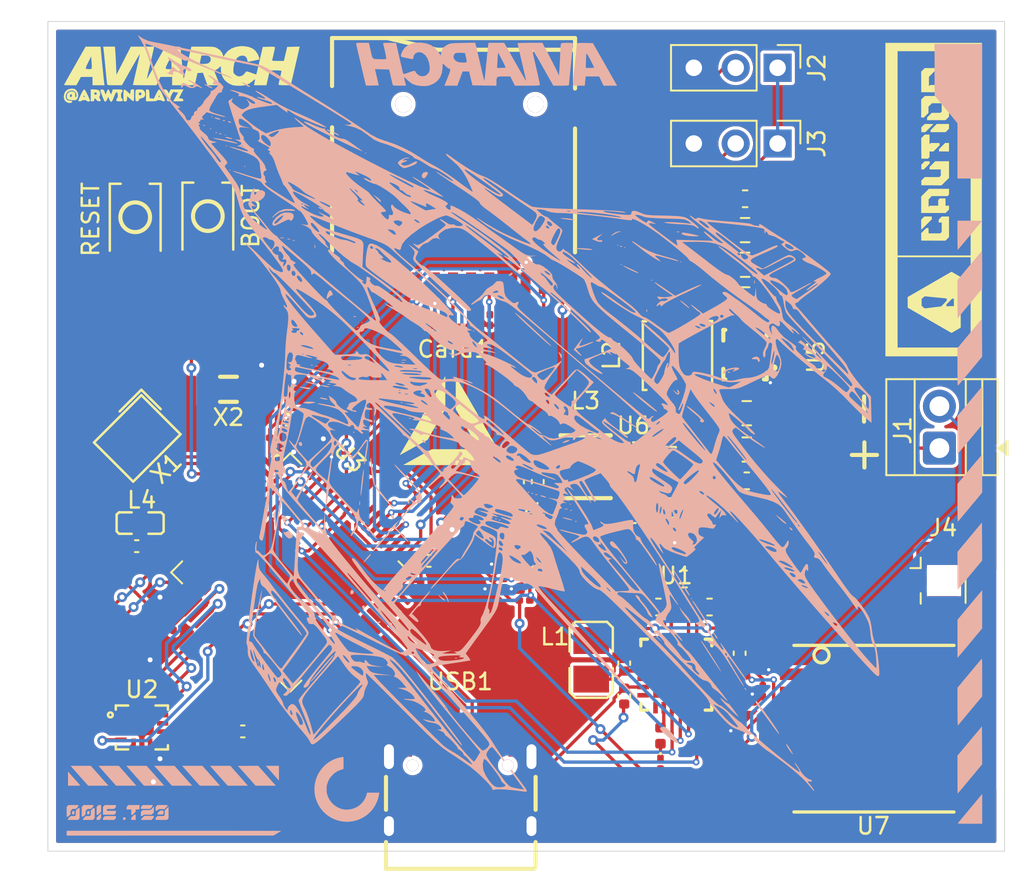
<source format=kicad_pcb>
(kicad_pcb (version 20241229) (generator "pcbnew") (generator_version "9.0")
  (layers (0 "F.Cu" signal) (2 "B.Cu" signal) (13 "F.Paste" user) (15 "B.Paste" user) (5 "F.SilkS" user "F.Silkscreen") (7 "B.SilkS" user "B.Silkscreen") (1 "F.Mask" user) (3 "B.Mask" user) (25 "Edge.Cuts" user))
  (net 0 "")
  (net 1 "VBUS")
  (net 2 "PGND")
  (net 3 "BAT+")
  (net 4 "GND")
  (net 5 "VREGN")
  (net 6 "Net-(U1-BTST)")
  (net 7 "/BTST")
  (net 8 "Net-(C5-Pad1)")
  (net 9 "VSYS")
  (net 10 "Net-(U5-Vaux)")
  (net 11 "Net-(U6-SW)")
  (net 12 "Net-(U6-CB)")
  (net 13 "+3V3")
  (net 14 "Net-(U3-VCAP_1)")
  (net 15 "/HSE_IN")
  (net 16 "/HSE_OUT")
  (net 17 "/LSE_IN")
  (net 18 "/LSE_OUT")
  (net 19 "/RESET")
  (net 20 "/SD_CD")
  (net 21 "/SD_DAT2")
  (net 22 "/SD_DAT0")
  (net 23 "/SD_DAT1")
  (net 24 "/SD_CLK")
  (net 25 "/SD_DAT3")
  (net 26 "Net-(D1-A)")
  (net 27 "Net-(D1-K)")
  (net 28 "/SERVO1")
  (net 29 "+5V")
  (net 30 "/SERVO2")
  (net 31 "Net-(U5-L1)")
  (net 32 "Net-(U5-L2)")
  (net 33 "Net-(U3-VDDA)")
  (net 34 "Net-(U1-ILIM)")
  (net 35 "Net-(R4-Pad1)")
  (net 36 "Net-(U1-TS)")
  (net 37 "/BQ_PG")
  (net 38 "/I2C_SDA")
  (net 39 "/I2C_SCL")
  (net 40 "/BQ_INT")
  (net 41 "Net-(U5-EN)")
  (net 42 "Net-(U5-PG)")
  (net 43 "Net-(U6-FB)")
  (net 44 "/BOOT")
  (net 45 "/BQ_CE")
  (net 49 "/ICM_INT1")
  (net 54 "/ICM_SCK")
  (net 55 "/ICM_CS")
  (net 56 "/ICM_SDI")
  (net 58 "/ICM_INT2")
  (net 59 "/ICM_SDO")
  (net 60 "Net-(J4-In)")
  (net 69 "/USB_DN")
  (net 77 "/USB_DP")
  (net 79 "Net-(U7-RF_IN)")
  (net 84 "/SD_CMD")
  (net 85 "/BMP_INT")
  (net 86 "Net-(USB1-CC1)")
  (net 87 "Net-(USB1-CC2)")
  (net 91 "/GPS_RX")
  (net 92 "/GPS_TX")
  (footprint "Resistor_SMD:R_0201_0603Metric" (layer "F.Cu") (at 169.8 93.3 180)
    (property "Reference" "R9" (hide yes))
    (property "Value" "10K" (hide yes))
  )
  (footprint "lcsc:SW-SMD_L3.9-W3.0-P4.45" (layer "F.Cu") (at 146.19675 70.07 -90)
    (property "Reference" "RESET")
    (property "Value" "TS-1088-AR02016" (hide yes))
  )
  (footprint "Capacitor_SMD:C_0805_2012Metric" (layer "F.Cu") (at 183.27 81.95)
    (property "Reference" "C8" (hide yes))
    (property "Value" "10uF" (hide yes))
  )
  (footprint "Capacitor_SMD:C_0201_0603Metric" (layer "F.Cu") (at 148.52 95.44 -90)
    (property "Reference" "C24" (hide yes))
    (property "Value" "100nF" (hide yes))
  )
  (footprint "lcsc:TF-SMD_TF-01A" (layer "F.Cu") (at 165.5 68.7875 180)
    (property "Reference" "Card1")
    (property "Value" "TF-01A")
  )
  (footprint "lcsc:L0603" (layer "F.Cu") (at 146.49 88.61 180)
    (property "Reference" "L4")
    (property "Value" "FCM1608KF-601T03" (hide yes))
  )
  (footprint "Resistor_SMD:R_0201_0603Metric" (layer "F.Cu") (at 167.7 76.3 -90)
    (property "Reference" "R21" (hide yes))
    (property "Value" "10K" (hide yes))
  )
  (footprint "Resistor_SMD:R_0201_0603Metric" (layer "F.Cu") (at 182.54 99.9 90)
    (property "Reference" "R6" (hide yes))
    (property "Value" "10K" (hide yes))
  )
  (footprint "Capacitor_SMD:C_0603_1608Metric" (layer "F.Cu") (at 183.17 68.95)
    (property "Reference" "C12" (hide yes))
    (property "Value" "10uF" (hide yes))
  )
  (footprint "Connector_Coaxial:U.FL_Hirose_U.FL-R-SMT-1_Vertical" (layer "F.Cu") (at 194.7 92.1)
    (property "Reference" "J4")
    (property "Value" "Conn_Coaxial" (hide yes))
  )
  (footprint "Resistor_SMD:R_0402_1005Metric" (layer "F.Cu") (at 178.9 87.9 180)
    (property "Reference" "R14" (hide yes))
    (property "Value" "100K" (hide yes))
  )
  (footprint "Capacitor_SMD:C_0201_0603Metric" (layer "F.Cu") (at 148.265686 81.461523 -45)
    (property "Reference" "C33" (hide yes))
    (property "Value" "20pF" (hide yes))
  )
  (footprint "TerminalBlock:TerminalBlock_Xinya_XY308-2.54-2P_1x02_P2.54mm_Horizontal" (layer "F.Cu") (at 194.949 84.06625 90)
    (property "Reference" "J1")
    (property "Value" "Screw_Terminal_01x02" (hide yes))
  )
  (footprint "Resistor_SMD:R_0201_0603Metric" (layer "F.Cu") (at 164.32 100.98)
    (property "Reference" "R1" (hide yes))
    (property "Value" "5.1K" (hide yes))
  )
  (footprint "lcsc:SMD-18_L10.1-W9.7-P1.10-TL_SKG09F" (layer "F.Cu") (at 190.98175 101.075)
    (property "Reference" "U7")
    (property "Value" "MAX-M10S-00B")
  )
  (footprint "Connector_PinHeader_2.54mm:PinHeader_1x03_P2.54mm_Vertical" (layer "F.Cu") (at 185.14 61.01 -90)
    (property "Reference" "J2")
    (property "Value" "Conn_01x03" (hide yes))
  )
  (footprint "lcsc:VQFN-HR-15_L3.0-W2.5-P0.50-BL_TPS63070RNMR" (layer "F.Cu") (at 183.3 78.4 90)
    (property "Reference" "U5")
    (property "Value" "TPS63070RNMR" (hide yes))
  )
  (footprint "Resistor_SMD:R_0201_0603Metric" (layer "F.Cu") (at 183.34 99.9 90)
    (property "Reference" "R5" (hide yes))
    (property "Value" "30.1K" (hide yes))
  )
  (footprint "Resistor_SMD:R_0201_0603Metric" (layer "F.Cu") (at 150.5 73.5)
    (property "Reference" "R22" (hide yes))
    (property "Value" "10K" (hide yes))
  )
  (footprint "Resistor_SMD:R_0201_0603Metric" (layer "F.Cu") (at 184.24 98.8 90)
    (property "Reference" "R4" (hide yes))
    (property "Value" "5.23K" (hide yes))
  )
  (footprint "Capacitor_SMD:C_0603_1608Metric" (layer "F.Cu") (at 176.4 88.1 180)
    (property "Reference" "C16" (hide yes))
    (property "Value" "2.2uF" (hide yes))
  )
  (footprint "Capacitor_SMD:C_0402_1005Metric" (layer "F.Cu") (at 170.6 86.1 90)
    (property "Reference" "C18" (hide yes))
    (property "Value" "22uF" (hide yes))
  )
  (footprint "Resistor_SMD:R_0201_0603Metric" (layer "F.Cu") (at 185.915 78.65 180)
    (property "Reference" "R13" (hide yes))
    (property "Value" "10K" (hide yes))
  )
  (footprint "Capacitor_SMD:C_0805_2012Metric" (layer "F.Cu") (at 183.17 70.85)
    (property "Reference" "C10" (hide yes))
    (property "Value" "22uF" (hide yes))
  )
  (footprint "lcsc:L2520" (layer "F.Cu") (at 173.84 96.9 -90)
    (property "Reference" "L1")
    (property "Value" "1uH" (hide yes))
  )
  (footprint "Capacitor_SMD:C_0201_0603Metric" (layer "F.Cu") (at 153.05 78.5 90)
    (property "Reference" "C35" (hide yes))
    (property "Value" "6.8pF" (hide yes))
  )
  (footprint "Capacitor_SMD:C_0201_0603Metric" (layer "F.Cu") (at 163.82 92.14)
    (property "Reference" "C26" (hide yes))
    (property "Value" "100nF" (hide yes))
  )
  (footprint "Resistor_SMD:R_0201_0603Metric" (layer "F.Cu") (at 185.57 79.85 90)
    (property "Reference" "R12" (hide yes))
    (property "Value" "10K" (hide yes))
  )
  (footprint "Resistor_SMD:R_0201_0603Metric" (layer "F.Cu") (at 182.94 97.9)
    (property "Reference" "R8" (hide yes))
    (property "Value" "10K" (hide yes))
  )
  (footprint "Capacitor_SMD:C_0402_1005Metric" (layer "F.Cu") (at 155.42 82.34)
    (property "Reference" "C30" (hide yes))
    (property "Value" "1uF" (hide yes))
  )
  (footprint "Resistor_SMD:R_0201_0603Metric" (layer "F.Cu") (at 170.95 76.3 -90)
    (property "Reference" "R17" (hide yes))
    (property "Value" "10K" (hide yes))
  )
  (footprint "LOGO" (layer "F.Cu") (at 194.6 69 90)
    (property "Reference" "G***" (hide yes))
    (property "Value" "LOGO" (hide yes))
  )
  (footprint "Capacitor_SMD:C_0402_1005Metric" (layer "F.Cu") (at 175.84 99.1 -90)
    (property "Reference" "C1" (hide yes))
    (property "Value" "1uF" (hide yes))
  )
  (footprint "Capacitor_SMD:C_0402_1005Metric" (layer "F.Cu") (at 152.72 101.24 180)
    (property "Reference" "C28" (hide yes))
    (property "Value" "1uF" (hide yes))
  )
  (footprint "lcsc:LGA-10_L2.0-W2.0-P0.50-TL_BMP580" (layer "F.Cu") (at 170.1 91.62)
    (property "Reference" "U4")
    (property "Value" "BMP580" (hide yes))
  )
  (footprint "Resistor_SMD:R_0402_1005Metric" (layer "F.Cu") (at 178.9 89.2)
    (property "Reference" "R15" (hide yes))
    (property "Value" "22.1K" (hide yes))
  )
  (footprint "Package_TO_SOT_SMD:SOT-23-6" (layer "F.Cu") (at 178.0625 85.55)
    (property "Reference" "U6")
    (property "Value" "LMR51430" (hide yes))
  )
  (footprint "Capacitor_SMD:C_0402_1005Metric" (layer "F.Cu") (at 169.4 86.1 90)
    (property "Reference" "C17" (hide yes))
    (property "Value" "22uF" (hide yes))
  )
  (footprint "Capacitor_SMD:C_0201_0603Metric" (layer "F.Cu") (at 148.36675 70.37 -90)
    (property "Reference" "C37" (hide yes))
    (property "Value" "100nF" (hide yes))
  )
  (footprint "Capacitor_SMD:C_0201_0603Metric" (layer "F.Cu") (at 152.12 99.64 -90)
    (property "Reference" "C32" (hide yes))
    (property "Value" "2.2uF" (hide yes))
  )
  (footprint "lcsc:SW-SMD_L3.9-W3.0-P4.45" (layer "F.Cu") (at 150.6 70 -90)
    (property "Reference" "BOOT")
    (property "Value" "TS-1088-AR02016" (hide yes))
  )
  (footprint "Resistor_SMD:R_0201_0603Metric" (layer "F.Cu") (at 168.2 92 180)
    (property "Reference" "R10" (hide yes))
    (property "Value" "10K" (hide yes))
  )
  (footprint "Capacitor_SMD:C_0201_0603Metric" (layer "F.Cu") (at 178.1 83.4 180)
    (property "Reference" "C15" (hide yes))
    (property "Value" "100nF" (hide yes))
  )
  (footprint "lcsc:IND-SMD_L3.0-W3.0" (layer "F.Cu") (at 173.5 85.2)
    (property "Reference" "L3")
    (property "Value" "5.6uH" (hide yes))
  )
  (footprint "Capacitor_SMD:C_0201_0603Metric" (layer "F.Cu") (at 185.57 77.45 -90)
    (property "Reference" "C14" (hide yes))
    (property "Value" "100uF" (hide yes))
  )
  (footprint "Capacitor_SMD:C_0603_1608Metric" (layer "F.Cu") (at 177.915 93.7 180)
    (property "Reference" "C6" (hide yes))
    (property "Value" "22uF" (hide yes))
  )
  (footprint "lcsc:USB-C-SMD_TYPE-C-6PIN-2MD-073" (layer "F.Cu") (at 165.9 104.6)
    (property "Reference" "USB1")
    (property "Value" "TYPE-C 16PIN 2MD(073)" (hide yes))
  )
  (footprint "LED_SMD:LED_0402_1005Metric" (layer "F.Cu") (at 178.04 101.5 90)
    (property "Reference" "D1" (hide yes))
    (property "Value" "LED" (hide yes))
  )
  (footprint "Resistor_SMD:R_0201_0603Metric" (layer "F.Cu") (at 160.6 85.8 90)
    (property "Reference" "R11" (hide yes))
    (property "Value" "10K" (hide yes))
  )
  (footprint "Capacitor_SMD:C_0201_0603Metric" (layer "F.Cu") (at 146.3 103.1)
    (property "Reference" "C22" (hide yes))
    (property "Value" "100nF" (hide yes))
  )
  (footprint "Capacitor_SMD:C_0402_1005Metric" (layer "F.Cu") (at 146.29 90.01)
    (property "Reference" "C29" (hide yes))
    (property "Value" "1uF" (hide yes))
  )
  (footprint "Capacitor_SMD:C_0603_1608Metric" (layer "F.Cu") (at 179.5 92)
    (property "Reference" "C38" (hide yes))
    (property "Value" "22uF" (hide yes))
  )
  (footprint "Capacitor_SMD:C_0805_2012Metric" (layer "F.Cu") (at 183.17 75.05)
    (property "Reference" "C13" (hide yes))
    (property "Value" "22uF" (hide yes))
  )
  (footprint "Connector_PinHeader_2.54mm:PinHeader_1x03_P2.54mm_Vertical" (layer "F.Cu") (at 185.14 65.6 -90)
    (property "Reference" "J3")
    (property "Value" "Conn_01x03" (hide yes))
  )
  (footprint "LOGO" (layer "F.Cu") (at 149.3 61.6)
    (property "Reference" "G***" (hide yes))
    (property "Value" "LOGO" (hide yes))
  )
  (footprint "lcsc:CRYSTAL-SMD_4P-L3.2-W2.5-BL" (layer "F.Cu") (at 146.321142 83.476777 -135)
    (property "Reference" "X1")
    (property "Value" "X322525MOB4SI" (hide yes))
  )
  (footprint "Capacitor_SMD:C_0402_1005Metric" (layer "F.Cu") (at 164 90.9)
    (property "Reference" "C31" (hide yes))
    (property "Value" "10uF" (hide yes))
  )
  (footprint "Resistor_SMD:R_0201_0603Metric" (layer "F.Cu") (at 182.94 98.7 180)
    (property "Reference" "R3" (hide yes))
    (property "Value" "383" (hide yes))
  )
  (footprint "Capacitor_SMD:C_0201_0603Metric" (layer "F.Cu") (at 150.55 78.5 90)
    (property "Reference" "C36" (hide yes))
    (property "Value" "6.8pF" (hide yes))
  )
  (footprint "Capacitor_SMD:C_0201_0603Metric" (layer "F.Cu") (at 148.9 102.1 -90)
    (property "Reference" "C21" (hide yes))
    (property "Value" "100nF" (hide yes))
  )
  (footprint "Resistor_SMD:R_0201_0603Metric" (layer "F.Cu") (at 169.9 76.3 -90)
    (property "Reference" "R16" (hide yes))
    (property "Value" "10K" (hide yes))
  )
  (footprint "Capacitor_SMD:C_0805_2012Metric" (layer "F.Cu") (at 183.27 84.15)
    (property "Reference" "C7" (hide yes))
    (property "Value" "10uF" (hide yes))
  )
  (footprint "Capacitor_SMD:C_0402_1005Metric" (layer "F.Cu") (at 175.84 97.1 90)
    (property "Reference" "C5" (hide yes))
    (property "Value" "10uF" (hide yes))
  )
  (footprint "Resistor_SMD:R_0201_0603Metric" (layer "F.Cu") (at 178.04 103.2 -90)
    (property "Reference" "R7" (hide yes))
    (property "Value" "10K" (hide yes))
  )
  (footprint "Capacitor_SMD:C_0201_0603Metric" (layer "F.Cu") (at 181.54 95.3 -90)
    (property "Reference" "C4" (hide yes))
    (property "Value" "47nF" (hide yes))
  )
  (footprint "Resistor_SMD:R_0201_0603Metric" (layer "F.Cu") (at 163.2 76.3 -90)
    (property "Reference" "R18" (hide yes))
    (property "Value" "10K" (hide yes))
  )
  (footprint "LOGO" (layer "F.Cu") (at 165.3 82.5)
    (property "Reference" "G***" (hide yes))
    (property "Value" "LOGO" (hide yes))
  )
  (footprint "Capacitor_SMD:C_0201_0603Metric" (layer "F.Cu") (at 153.32 100.04 180)
    (property "Reference" "C25" (hide yes))
    (property "Value" "100nF" (hide yes))
  )
  (footprint "lcsc:VFQFPN-24_L4.0-W4.0-P0.50-BL-EP2.8" (layer "F.Cu") (at 178.99 97.8)
    (property "Reference" "U1")
    (property "Value" "BQ25883RGER" (hide yes))
  )
  (footprint "Resistor_SMD:R_0201_0603Metric" (layer "F.Cu") (at 164.3 76.3 -90)
    (property "Reference" "R19" (hide yes))
    (property "Value" "10K" (hide yes))
  )
  (footprint "lcsc:FC-135R_L3.2-W1.5" (layer "F.Cu") (at 151.85 80.5 180)
    (property "Reference" "X2")
    (property "Value" "Q13FC1350000400" (hide yes))
  )
  (footprint "Capacitor_SMD:C_0201_0603Metric" (layer "F.Cu") (at 168.38 90.5 180)
    (property "Reference" "C20" (hide yes))
    (property "Value" "100nF" (hide yes))
  )
  (footprint "lcsc:IND-SMD_L4.0-W4.0-A" (layer "F.Cu") (at 179.07 78.45 90)
    (property "Reference" "L2")
    (property "Value" "1.5uH" (hide yes))
  )
  (footprint "Package_QFP:LQFP-64_10x10mm_P0.5mm" (layer "F.Cu") (at 155.6 91.6 -45)
    (property "Reference" "U3")
    (property "Value" "STM32F722RETx" (hide yes))
  )
  (footprint "Capacitor_SMD:C_0402_1005Metric" (layer "F.Cu") (at 182.84 96.5 90)
    (property "Reference" "C3" (hide yes))
    (property "Value" "10uF" (hide yes))
  )
  (footprint "Capacitor_SMD:C_0201_0603Metric" (layer "F.Cu") (at 144.376599 85.35061 135)
    (property "Reference" "C34" (hide yes))
    (property "Value" "20pF" (hide yes))
  )
  (footprint "lcsc:LGA-14_L3.0-W2.5-P0.50-TL" (layer "F.Cu") (at 146.6 101)
    (property "Reference" "U2")
    (property "Value" "ICM-45686" (hide yes))
  )
  (footprint "Capacitor_SMD:C_0201_0603Metric" (layer "F.Cu") (at 156.275 83.44 180)
    (property "Reference" "C27" (hide yes))
    (property "Value" "100nF" (hide yes))
  )
  (footprint "Capacitor_SMD:C_0805_2012Metric" (layer "F.Cu") (at 183.17 72.95)
    (property "Reference" "C11" (hide yes))
    (property "Value" "22uF" (hide yes))
  )
  (footprint "Capacitor_SMD:C_0201_0603Metric" (layer "F.Cu") (at 169.9 90)
    (property "Reference" "C19" (hide yes))
    (property "Value" "100nF" (hide yes))
  )
  (footprint "Capacitor_SMD:C_0603_1608Metric" (layer "F.Cu") (at 183.27 86.05)
    (property "Reference" "C9" (hide yes))
    (property "Value" "10uF" (hide yes))
  )
  (footprint "Resistor_SMD:R_0201_0603Metric" (layer "F.Cu") (at 197.6 104.4)
    (property "Reference" "R23" (hide yes))
    (property "Value" "0")
  )
  (footprint "Resistor_SMD:R_0201_0603Metric" (layer "F.Cu") (at 165.4 76.3 -90)
    (property "Reference" "R20" (hide yes))
    (property "Value" "10K" (hide yes))
  )
  (footprint "Capacitor_SMD:C_0603_1608Metric" (layer "F.Cu") (at 181.015 93.7)
    (property "Reference" "C2" (hide yes))
    (property "Value" "10uF" (hide yes))
  )
  (footprint "Capacitor_SMD:C_0201_0603Metric" (layer "F.Cu") (at 154.675 83.44)
    (property "Reference" "C23" (hide yes))
    (property "Value" "100nF" (hide yes))
  )
  (footprint "Resistor_SMD:R_0201_0603Metric" (layer "F.Cu") (at 168.02 100.98 180)
    (property "Reference" "R2" (hide yes))
    (property "Value" "5.1K" (hide yes))
  )
  (footprint "LOGO" (layer "B.Cu") (at 168.8 82 180)
    (property "Reference" "G***" (hide yes))
    (property "Value" "LOGO" (hide yes))
  )
  (footprint "LOGO" (layer "B.Cu") (at 151.6 105.1 180)
    (property "Reference" "G***" (hide yes))
    (property "Value" "LOGO" (hide yes))
  )
  (footprint "LOGO" (layer "B.Cu") (at 167.174556 61.575291 180)
    (property "Reference" "G***" (hide yes))
    (property "Value" "LOGO" (hide yes))
  )
  (footprint "LOGO" (layer "B.Cu") (at 195.919257 83.21388 180)
    (property "Reference" "G***" (hide yes))
    (property "Value" "LOGO" (hide yes))
  )
  (gr_rect (start 140.9 58.2) (end 198.9 108.5) (stroke (width 0.05)) (fill no) (layer "Edge.Cuts"))
  (gr_text "+" (at 189 85.5 0) (layer "F.SilkS") (effects (font (size 2 2) (thickness 0.25) (bold yes)) (justify left bottom)))
  (gr_text "-\n" (at 191.4 83.1 90) (layer "F.SilkS") (effects (font (size 2 2) (thickness 0.25) (bold yes)) (justify left bottom)))
  (segment (start 175.84 98.62) (end 175.229 99.231) (width 0.2) (layer "F.Cu") (net 1))
  (segment (start 175.91 98.55) (end 175.84 98.62) (width 0.2) (layer "F.Cu") (net 1))
  (segment (start 168.089 102.911) (end 168.3 102.7) (width 0.2) (layer "F.Cu") (net 1))
  (segment (start 176.99 98.55) (end 175.91 98.55) (width 0.2) (layer "F.Cu") (net 1))
  (segment (start 168.569636 104.071) (end 168.089 103.590364) (width 0.2) (layer "F.Cu") (net 1))
  (segment (start 164.772364 104.071) (end 163.5 102.798636) (width 0.2) (layer "F.Cu") (net 1))
  (segment (start 175.229 99.414496) (end 170.572496 104.071) (width 0.2) (layer "F.Cu") (net 1))
  (segment (start 168.7 104.071) (end 168.569636 104.071) (width 0.2) (layer "F.Cu") (net 1))
  (segment (start 168.3 102.7) (end 168.3 102.22) (width 0.2) (layer "F.Cu") (net 1))
  (segment (start 168.7 104.071) (end 164.772364 104.071) (width 0.2) (layer "F.Cu") (net 1))
  (segment (start 170.572496 104.071) (end 168.7 104.071) (width 0.2) (layer "F.Cu") (net 1))
  (segment (start 163.5 102.798636) (end 163.5 102.22) (width 0.2) (layer "F.Cu") (net 1))
  (segment (start 175.229 99.231) (end 175.229 99.414496) (width 0.2) (layer "F.Cu") (net 1))
  (segment (start 168.089 103.590364) (end 168.089 102.911) (width 0.2) (layer "F.Cu") (net 1))
  (segment (start 181.086688 104.051) (end 176.241597 104.051) (width 0.2) (layer "F.Cu") (net 2))
  (segment (start 176.241597 104.051) (end 173.956239 101.765642) (width 0.2) (layer "F.Cu") (net 2))
  (segment (start 175.8 100.4) (end 175.8 99.62) (width 0.2) (layer "F.Cu") (net 2))
  (segment (start 183.568844 101.568844) (end 181.086688 104.051) (width 0.2) (layer "F.Cu") (net 2))
  (segment (start 175.8 99.62) (end 175.84 99.58) (width 0.2) (layer "F.Cu") (net 2))
  (via (at 173.956239 101.765642) (size 0.6) (drill 0.3) (layers "F.Cu" "B.Cu") (net 2))
  (via (at 175.8 100.4) (size 0.6) (drill 0.3) (layers "F.Cu" "B.Cu") (net 2))
  (via (at 183.568844 101.568844) (size 0.6) (drill 0.3) (layers "F.Cu" "B.Cu") (net 2))
  (segment (start 174.584301 101.765642) (end 175.8 100.549943) (width 0.2) (layer "B.Cu") (net 2))
  (segment (start 183.568844 100.131156) (end 183.568844 101.568844) (width 0.2) (layer "B.Cu") (net 2))
  (segment (start 196.2 87.5) (end 183.568844 100.131156) (width 0.2) (layer "B.Cu") (net 2))
  (segment (start 194.949 81.52625) (end 196.2 82.77725) (width 0.2) (layer "B.Cu") (net 2))
  (segment (start 175.8 100.549943) (end 175.8 100.4) (width 0.2) (layer "B.Cu") (net 2))
  (segment (start 196.2 82.77725) (end 196.2 87.5) (width 0.2) (layer "B.Cu") (net 2))
  (segment (start 173.956239 101.765642) (end 174.584301 101.765642) (width 0.2) (layer "B.Cu") (net 2))
  (segment (start 190.3 84.06625) (end 194.949 84.06625) (width 0.2) (layer "F.Cu") (net 3))
  (segment (start 180.24 95.8) (end 180.24 93.7) (width 0.2) (layer "F.Cu") (net 3))
  (segment (start 189.87375 84.06625) (end 180.24 93.7) (width 0.2) (layer "F.Cu") (net 3))
  (segment (start 179.74 94.2) (end 180.24 93.7) (width 0.2) (layer "F.Cu") (net 3))
  (segment (start 190.3 84.06625) (end 189.87375 84.06625) (width 0.2) (layer "F.Cu") (net 3))
  (segment (start 179.74 95.8) (end 179.74 94.2) (width 0.2) (layer "F.Cu") (net 3))
  (segment (start 180.275 92) (end 180.275 89.82) (width 0.2) (layer "F.Cu") (net 4))
  (segment (start 184.6 97.5) (end 184.6 97.6) (width 0.2) (layer "F.Cu") (net 4))
  (segment (start 162.7 101.47) (end 163.19 100.98) (width 0.2) (layer "F.Cu") (net 4))
  (segment (start 161.58 102.77) (end 162.15 102.77) (width 0.2) (layer "F.Cu") (net 4))
  (segment (start 162.15 102.77) (end 162.7 102.22) (width 0.2) (layer "F.Cu") (net 4))
  (segment (start 183.331627 98.7) (end 183.609209 98.977582) (width 0.2) (layer "F.Cu") (net 4))
  (segment (start 148.52 95.76) (end 148.24 95.76) (width 0.2) (layer "F.Cu") (net 4))
  (segment (start 180.275 89.82) (end 184.045 86.05) (width 0.2) (layer "F.Cu") (net 4))
  (segment (start 154.995 83.44) (end 154.995 83.495) (width 0.2) (layer "F.Cu") (net 4))
  (segment (start 182.3 101.2) (end 182.3 100.46) (width 0.2) (layer "F.Cu") (net 4))
  (segment (start 157.314734 85.289072) (end 158.003806 84.6) (width 0.2) (layer "F.Cu") (net 4))
  (segment (start 153.86067 78.790671) (end 153.249999 78.18) (width 0.2) (layer "F.Cu") (net 4))
  (segment (start 148.717148 93.886658) (end 149.289072 93.314734) (width 0.2) (layer "F.Cu") (net 4))
  (segment (start 182.3 100.46) (end 182.54 100.22) (width 0.2) (layer "F.Cu") (net 4))
  (segment (start 147.7 93.1) (end 147.7 93.247358) (width 0.2) (layer "F.Cu") (net 4))
  (segment (start 147.7 93.247358) (end 148.3393 93.886658) (width 0.2) (layer "F.Cu") (net 4))
  (segment (start 153.249999 78.18) (end 153.05 78.18) (width 0.2) (layer "F.Cu") (net 4))
  (segment (start 148.24 95.76) (end 147.1 96.9) (width 0.2) (layer "F.Cu") (net 4))
  (segment (start 155.825735 79.305605) (end 155.825735 80.025735) (width 0.2) (layer "F.Cu") (net 4))
  (segment (start 150.18 73.65987) (end 155.825735 79.305605) (width 0.2) (layer "F.Cu") (net 4))
  (segment (start 148.3393 93.886658) (end 148.717148 93.886658) (width 0.2) (layer "F.Cu") (net 4))
  (segment (start 170.22 102.77) (end 169.65 102.77) (width 0.2) (layer "F.Cu") (net 4))
  (segment (start 147.5 103.1) (end 147.7 102.9) (width 0.2) (layer "F.Cu") (net 4))
  (segment (start 154.995 83.495) (end 155.8 84.3) (width 0.2) (layer "F.Cu") (net 4))
  (segment (start 178.9 89.9) (end 178.9 89.8) (width 0.2) (layer "F.Cu") (net 4))
  (segment (start 163.19 100.98) (end 164 100.98) (width 0.2) (layer "F.Cu") (net 4))
  (segment (start 183.26 98.7) (end 183.331627 98.7) (width 0.2) (layer "F.Cu") (net 4))
  (segment (start 155.955 83.44) (end 155.955 84.145) (width 0.2) (layer "F.Cu") (net 4))
  (segment (start 169.1 102.22) (end 169.1 101.74) (width 0.2) (layer "F.Cu") (net 4))
  (segment (start 154.995 83.44) (end 154.995 83.245) (width 0.2) (layer "F.Cu") (net 4))
  (segment (start 154.995 83.245) (end 155.9 82.34) (width 0.2) (layer "F.Cu") (net 4))
  (segment (start 169.1 101.74) (end 168.34 100.98) (width 0.2) (layer "F.Cu") (net 4))
  (segment (start 162.7 102.22) (end 162.7 101.47) (width 0.2) (layer "F.Cu") (net 4))
  (segment (start 155.955 84.145) (end 155.8 84.3) (width 0.2) (layer "F.Cu") (net 4))
  (segment (start 150.18 73.5) (end 150.18 73.65987) (width 0.2) (layer "F.Cu") (net 4))
  (segment (start 153.86067 79.03933) (end 153.86067 78.790671) (width 0.2) (layer "F.Cu") (net 4))
  (segment (start 158.003806 84.6) (end 158.1 84.6) (width 0.2) (layer "F.Cu") (net 4))
  (segment (start 169.65 102.77) (end 169.1 102.22) (width 0.2) (layer "F.Cu") (net 4))
  (segment (start 155.955 83.44) (end 154.995 83.44) (width 0.2) (layer "F.Cu") (net 4))
  (segment (start 182.54 100.22) (end 183.34 100.22) (width 0.2) (layer "F.Cu") (net 4))
  (segment (start 146.62 103.1) (end 147.5 103.1) (width 0.2) (layer "F.Cu") (net 4))
  (via (at 147.7 102.9) (size 0.6) (drill 0.3) (layers "F.Cu" "B.Cu") (net 4))
  (via (at 184.7 80.1) (size 0.4) (drill 0.2) (layers "F.Cu" "B.Cu") (net 4))
  (via (at 157.6 83.5) (size 0.6) (drill 0.3) (layers "F.Cu" "B.Cu") (net 4))
  (via (at 158.1 84.6) (size 0.4) (drill 0.2) (layers "F.Cu" "B.Cu") (net 4))
  (via (at 169 92.6) (size 0.4) (drill 0.2) (layers "F.Cu" "B.Cu") (net 4))
  (via (at 167.8 91.1) (size 0.4) (drill 0.2) (layers "F.Cu" "B.Cu") (net 4))
  (via (at 167.4 92.6) (size 0.4) (drill 0.2) (layers "F.Cu" "B.Cu") (net 4))
  (via (at 147.1 96.9) (size 0.6) (drill 0.3) (layers "F.Cu" "B.Cu") (net 4))
  (via (at 147.3 104.3) (size 0.6) (drill 0.3) (layers "F.Cu" "B.Cu") (net 4))
  (via (at 153.86067 79.03933) (size 0.6) (drill 0.3) (layers "F.Cu" "B.Cu") (net 4))
  (via (at 182.3 101.2) (size 0.4) (drill 0.2) (layers "F.Cu" "B.Cu") (net 4))
  (via (at 178.9 89.8) (size 0.4) (drill 0.2) (layers "F.Cu" "B.Cu") (net 4))
  (via (at 147.7 93.1) (size 0.6) (drill 0.3) (layers "F.Cu" "B.Cu") (net 4))
  (via (at 183.609209 98.977582) (size 0.4) (drill 0.2) (layers "F.Cu" "B.Cu") (net 4))
  (via (at 184.6 97.5) (size 0.4) (drill 0.2) (layers "F.Cu" "B.Cu") (net 4))
  (via (at 155.825735 80.025735) (size 0.6) (drill 0.3) (layers "F.Cu" "B.Cu") (net 4))
  (via (at 155.8 84.3) (size 0.6) (drill 0.3) (layers "F.Cu" "B.Cu") (net 4))
  (segment (start 170.22 106.98) (end 170.22 102.77) (width 0.2) (layer "B.Cu") (net 4))
  (segment (start 156.6 83.5) (end 157.6 83.5) (width 0.2) (layer "B.Cu") (net 4))
  (segment (start 147.1 93.7) (end 147.7 93.1) (width 0.2) (layer "B.Cu") (net 4))
  (segment (start 155.825735 80.025735) (end 154.83933 79.03933) (width 0.2) (layer "B.Cu") (net 4))
  (segment (start 147.1 96.9) (end 147.1 93.7) (width 0.2) (layer "B.Cu") (net 4))
  (segment (start 147.7 102.9) (end 147.7 103.9) (width 0.2) (layer "B.Cu") (net 4))
  (segment (start 147.7 103.9) (end 147.3 104.3) (width 0.2) (layer "B.Cu") (net 4))
  (segment (start 167.4 92.6) (end 167.7 92.9) (width 0.2) (layer "B.Cu") (net 4))
  (segment (start 161.58 106.98) (end 161.58 102.77) (width 0.2) (layer "B.Cu") (net 4))
  (segment (start 182.3 104.5) (end 182.3 101.2) (width 0.2) (layer "B.Cu") (net 4))
  (segment (start 179.82 106.98) (end 182.3 104.5) (width 0.2) (layer "B.Cu") (net 4))
  (segment (start 154.83933 79.03933) (end 153.86067 79.03933) (width 0.2) (layer "B.Cu") (net 4))
  (segment (start 167.7 92.9) (end 168.7 92.9) (width 0.2) (layer "B.Cu") (net 4))
  (segment (start 155.8 84.3) (end 156.6 83.5) (width 0.2) (layer "B.Cu") (net 4))
  (segment (start 158.1 84.6) (end 158.1 84) (width 0.2) (layer "B.Cu") (net 4))
  (segment (start 183.609209 98.977582) (end 182.3 100.286791) (width 0.2) (layer "B.Cu") (net 4))
  (segment (start 168.7 92.9) (end 169 92.6) (width 0.2) (layer "B.Cu") (net 4))
  (segment (start 182.3 100.286791) (end 182.3 101.2) (width 0.2) (layer "B.Cu") (net 4))
  (segment (start 158.1 84) (end 157.6 83.5) (width 0.2) (layer "B.Cu") (net 4))
  (segment (start 170.22 106.98) (end 179.82 106.98) (width 0.2) (layer "B.Cu") (net 4))
  (segment (start 184.24 98.070001) (end 183.149999 96.98) (width 0.2) (layer "F.Cu") (net 5))
  (segment (start 182.77 97.05) (end 182.84 96.98) (width 0.2) (layer "F.Cu") (net 5))
  (segment (start 183.149999 96.98) (end 182.84 96.98) (width 0.2) (layer "F.Cu") (net 5))
  (segment (start 184.24 98.48) (end 184.24 98.070001) (width 0.2) (layer "F.Cu") (net 5))
  (segment (start 180.99 97.05) (end 182.77 97.05) (width 0.2) (layer "F.Cu") (net 5))
  (segment (start 180.99 96.55) (end 180.99 96.17) (width 0.2) (layer "F.Cu") (net 6))
  (segment (start 180.99 96.17) (end 181.54 95.62) (width 0.2) (layer "F.Cu") (net 6))
  (segment (start 176.2 95.8) (end 173.91 95.8) (width 0.2) (layer "F.Cu") (net 7))
  (segment (start 181.54 94.98) (end 180.853119 94.98) (width 0.2) (layer "F.Cu") (net 7))
  (segment (start 177 95) (end 176.2 95.8) (width 0.2) (layer "F.Cu") (net 7))
  (segment (start 177.7 95) (end 177 95) (width 0.2) (layer "F.Cu") (net 7))
  (segment (start 177.75 95.8) (end 176.2 95.8) (width 0.2) (layer "F.Cu") (net 7))
  (segment (start 180.853119 94.98) (end 180.84 94.966881) (width 0.2) (layer "F.Cu") (net 7))
  (segment (start 177.75 95.8) (end 178.24 95.8) (width 0.2) (layer "F.Cu") (net 7))
  (segment (start 173.91 95.8) (end 173.84 95.73) (width 0.2) (layer "F.Cu") (net 7))
  (via (at 180.84 94.966881) (size 0.6) (drill 0.3) (layers "F.Cu" "B.Cu") (net 7))
  (via (at 177.7 95) (size 0.6) (drill 0.3) (layers "F.Cu" "B.Cu") (net 7))
  (segment (start 180.84 94.966881) (end 177.733119 94.966881) (width 0.2) (layer "B.Cu") (net 7))
  (segment (start 177.733119 94.966881) (end 177.7 95) (width 0.2) (layer "B.Cu") (net 7))
  (segment (start 176.52 97.58) (end 176.99 98.05) (width 0.2) (layer "F.Cu") (net 8))
  (segment (start 175.84 97.58) (end 175.82 97.58) (width 0.2) (layer "F.Cu") (net 8))
  (segment (start 175.33 98.07) (end 173.84 98.07) (width 0.2) (layer "F.Cu") (net 8))
  (segment (start 175.87 97.55) (end 175.84 97.58) (width 0.2) (layer "F.Cu") (net 8))
  (segment (start 176.99 97.55) (end 175.87 97.55) (width 0.2) (layer "F.Cu") (net 8))
  (segment (start 175.82 97.58) (end 175.33 98.07) (width 0.2) (layer "F.Cu") (net 8))
  (segment (start 175.84 97.58) (end 176.52 97.58) (width 0.2) (layer "F.Cu") (net 8))
  (segment (start 178.69 95.75) (end 178.74 95.8) (width 0.2) (layer "F.Cu") (net 9))
  (segment (start 177.175 90.3) (end 177.175 88.1) (width 0.2) (layer "F.Cu") (net 9))
  (segment (start 177.36 92) (end 177.175 92.185) (width 0.2) (layer "F.Cu") (net 9))
  (segment (start 177.175 92.185) (end 177.175 90.3) (width 0.2) (layer "F.Cu") (net 9))
  (segment (start 179.3 90.3) (end 182.495 87.105) (width 0.2) (layer "F.Cu") (net 9))
  (segment (start 176.925 86.5) (end 176.925 87.85) (width 0.2) (layer "F.Cu") (net 9))
  (segment (start 182.32 80) (end 182.32 81.95) (width 0.2) (layer "F.Cu") (net 9))
  (segment (start 178.725 92) (end 177.36 92) (width 0.2) (layer "F.Cu") (net 9))
  (segment (start 181.995 85.55) (end 179.2 85.55) (width 0.2) (layer "F.Cu") (net 9))
  (segment (start 182.87 79.85) (end 182.37 79.85) (width 0.2) (layer "F.Cu") (net 9))
  (segment (start 182.495 84.325) (end 182.32 84.15) (width 0.2) (layer "F.Cu") (net 9))
  (segment (start 182.32 81.95) (end 183.346 80.924) (width 0.2) (layer "F.Cu") (net 9))
  (segment (start 182.32 84.15) (end 182.32 81.95) (width 0.2) (layer "F.Cu") (net 9))
  (segment (start 184.816 80.924) (end 185.57 80.17) (width 0.2) (layer "F.Cu") (net 9))
  (segment (start 182.495 86.05) (end 181.995 85.55) (width 0.2) (layer "F.Cu") (net 9))
  (segment (start 182.37 79.95) (end 182.32 80) (width 0.2) (layer "F.Cu") (net 9))
  (segment (start 183.346 80.924) (end 184.816 80.924) (width 0.2) (layer "F.Cu") (net 9))
  (segment (start 182.37 79.85) (end 182.37 79.95) (width 0.2) (layer "F.Cu") (net 9))
  (segment (start 178.69 93.7) (end 177.175 92.185) (width 0.2) (layer "F.Cu") (net 9))
  (segment (start 176.925 87.85) (end 177.175 88.1) (width 0.2) (layer "F.Cu") (net 9))
  (segment (start 178.69 95.25) (end 179.24 95.8) (width 0.2) (layer "F.Cu") (net 9))
  (segment (start 178.69 93.7) (end 178.69 95.75) (width 0.2) (layer "F.Cu") (net 9))
  (segment (start 182.495 86.05) (end 182.495 84.325) (width 0.2) (layer "F.Cu") (net 9))
  (segment (start 177.175 90.3) (end 179.3 90.3) (width 0.2) (layer "F.Cu") (net 9))
  (segment (start 178.69 93.7) (end 178.69 95.25) (width 0.2) (layer "F.Cu") (net 9))
  (segment (start 177.279468 86.5) (end 176.925 86.5) (width 0.2) (layer "F.Cu") (net 9))
  (segment (start 182.495 87.105) (end 182.495 86.05) (width 0.2) (layer "F.Cu") (net 9))
  (segment (start 185.19 78.15) (end 184.32 78.15) (width 0.2) (layer "F.Cu") (net 10))
  (segment (start 185.57 77.77) (end 185.19 78.15) (width 0.2) (layer "F.Cu") (net 10))
  (segment (start 176.75 85.55) (end 176.4 85.2) (width 0.2) (layer "F.Cu") (net 11))
  (segment (start 177.8885 84.940968) (end 177.8885 83.5085) (width 0.2) (layer "F.Cu") (net 11))
  (segment (start 178.2365 86.199001) (end 178.2365 87.7465) (width 0.2) (layer "F.Cu") (net 11))
  (segment (start 176.925 85.55) (end 176.75 85.55) (width 0.2) (layer "F.Cu") (net 11))
  (segment (start 177.279468 85.55) (end 177.8885 84.940968) (width 0.2) (layer "F.Cu") (net 11))
  (segment (start 176.925 85.55) (end 176.570532 85.55) (width 0.2) (layer "F.Cu") (net 11))
  (segment (start 176.925 85.55) (end 177.587499 85.55) (width 0.2) (layer "F.Cu") (net 11))
  (segment (start 178.2365 87.7465) (end 178.39 87.9) (width 0.2) (layer "F.Cu") (net 11))
  (segment (start 176.4 85.2) (end 174.83 85.2) (width 0.2) (layer "F.Cu") (net 11))
  (segment (start 177.8885 83.5085) (end 177.78 83.4) (width 0.2) (layer "F.Cu") (net 11))
  (segment (start 176.925 85.55) (end 177.279468 85.55) (width 0.2) (layer "F.Cu") (net 11))
  (segment (start 177.587499 85.55) (end 178.2365 86.199001) (width 0.2) (layer "F.Cu") (net 11))
  (segment (start 178.39 88.25966) (end 178.39 87.9) (width 0.2) (layer "F.Cu") (net 11))
  (segment (start 179.2 84.18) (end 178.42 83.4) (width 0.2) (layer "F.Cu") (net 12))
  (segment (start 179.2 84.6) (end 179.2 84.18) (width 0.2) (layer "F.Cu") (net 12))
  (segment (start 142.1 68.6) (end 142.1 88.7) (width 0.2) (layer "F.Cu") (net 13))
  (segment (start 153.64 100.04) (end 153.64 99.86) (width 0.2) (layer "F.Cu") (net 13))
  (segment (start 153.64 99.86) (end 154.238819 99.261181) (width 0.2) (layer "F.Cu") (net 13))
  (segment (start 150.6 67.82) (end 149.619 68.801) (width 0.2) (layer "F.Cu") (net 13))
  (segment (start 180.75887 103.601) (end 178.121 103.601) (width 0.2) (layer "F.Cu") (net 13))
  (segment (start 149.5 101.889) (end 149.009 101.889) (width 0.2) (layer "F.Cu") (net 13))
  (segment (start 156.22655 81.729) (end 156.595 82.09745) (width 0.2) (layer "F.Cu") (net 13))
  (segment (start 183.26 97.9) (end 183.362892 97.9) (width 0.2) (layer "F.Cu") (net 13))
  (segment (start 164.131 87.022479) (end 164.131 90.289) (width 0.2) (layer "F.Cu") (net 13))
  (segment (start 169.5 93.32) (end 169.48 93.3) (width 0.2) (layer "F.Cu") (net 13))
  (segment (start 145.98 102.13) (end 145.98 103.1) (width 0.2) (layer "F.Cu") (net 13))
  (segment (start 149.009 101.889) (end 148.9 101.78) (width 0.2) (layer "F.Cu") (net 13))
  (segment (start 154.94 79.27013) (end 154.94 82.34) (width 0.2) (layer "F.Cu") (net 13))
  (segment (start 153.64 100.8) (end 153.2 101.24) (width 0.2) (layer "F.Cu") (net 13))
  (segment (start 167.7 76.62) (end 169.9 76.62) (width 0.2) (layer "F.Cu") (net 13))
  (segment (start 163.52 92.12) (end 163.5 92.14) (width 0.2) (layer "F.Cu") (net 13))
  (segment (start 169.32 91.37) (end 169.32 91.12) (width 0.2) (layer "F.Cu") (net 13))
  (segment (start 167.54013 76.62) (end 167.7 76.62) (width 0.2) (layer "F.Cu") (net 13))
  (segment (start 148.52 94.790912) (end 149.642625 93.668287) (width 0.2) (layer "F.Cu") (net 13))
  (segment (start 184.119844 100.719844) (end 183.879935 100.479935) (width 0.2) (layer "F.Cu") (net 13))
  (segment (start 146.1 102.01) (end 145.98 102.13) (width 0.2) (layer "F.Cu") (net 13))
  (segment (start 169.6 90.84) (end 169.04 90.84) (width 0.2) (layer "F.Cu") (net 13))
  (segment (start 145.98 103.25987) (end 146.32113 103.601) (width 0.2) (layer "F.Cu") (net 13))
  (segment (start 169.5 94.7) (end 169.5 93.32) (width 0.2) (layer "F.Cu") (net 13))
  (segment (start 163.2 76.62) (end 164.3 76.62) (width 0.2) (layer "F.Cu") (net 13))
  (segment (start 145.81 92.41) (end 145.81 90.01) (width 0.2) (layer "F.Cu") (net 13))
  (segment (start 145.81 90.01) (end 145.81 88.63) (width 0.2) (layer "F.Cu") (net 13))
  (segment (start 169.04 90.84) (end 168.7 90.5) (width 0.2) (layer "F.Cu") (net 13))
  (segment (start 160.6 85.48) (end 162.588521 85.48) (width 0.2) (layer "F.Cu") (net 13))
  (segment (start 156.595 82.09745) (end 156.595 83.44) (width 0.2) (layer "F.Cu") (net 13))
  (segment (start 146.32113 103.601) (end 148.51887 103.601) (width 0.2) (layer "F.Cu") (net 13))
  (segment (start 172.17 85.2) (end 171.98 85.2) (width 0.2) (layer "F.Cu") (net 13))
  (segment (start 164.3 76.62) (end 165.4 76.62) (width 0.2) (layer "F.Cu") (net 13))
  (segment (start 171.98 85.2) (end 170.6 86.58) (width 0.2) (layer "F.Cu") (net 13))
  (segment (start 162.588521 85.48) (end 164.131 87.022479) (width 0.2) (layer "F.Cu") (net 13))
  (segment (start 169.6 90.02) (end 169.58 90) (width 0.2) (layer "F.Cu") (net 13))
  (segment (start 156.595 83.44) (end 156.595 84.569338) (width 0.2) (layer "F.Cu") (net 13))
  (segment (start 148.2 94.8) (end 145.81 92.41) (width 0.2) (layer "F.Cu") (net 13))
  (segment (start 152.551 101.889) (end 149.5 101.889) (width 0.2) (layer "F.Cu") (net 13))
  (segment (start 154.355 82.925) (end 154.355 83.44) (width 0.2) (layer "F.Cu") (net 13))
  (segment (start 166.169 90.289) (end 164.131 90.289) (width 0.2) (layer "F.Cu") (net 13))
  (segment (start 169.48 93.3) (end 168.980001 93.3) (width 0.2) (layer "F.Cu") (net 13))
  (segment (start 155.551 81.729) (end 156.22655 81.729) (width 0.2) (layer "F.Cu") (net 13))
  (segment (start 163.2 80.463595) (end 159.3 84.363595) (width 0.2) (layer "F.Cu") (net 13))
  (segment (start 148.52 95.12) (end 148.52 94.790912) (width 0.2) (layer "F.Cu") (net 13))
  (segment (start 185.597768 103.275) (end 184.119844 101.797076) (width 0.2) (layer "F.Cu") (net 13))
  (segment (start 163.085662 92.14) (end 162.264481 92.961181) (width 0.2) (layer "F.Cu") (net 13))
  (segment (start 142.1 88.7) (end 145.81 92.41) (width 0.2) (layer "F.Cu") (net 13))
  (segment (start 178.04 103.52) (end 176.82 103.52) (width 0.2) (layer "F.Cu") (net 13))
  (segment (start 148.51887 103.601) (end 149.5 102.61987) (width 0.2) (layer "F.Cu") (net 13))
  (segment (start 148.48 65.7) (end 145 65.7) (width 0.2) (layer "F.Cu") (net 13))
  (segment (start 150.6 67.82) (end 148.48 65.7) (width 0.2) (layer "F.Cu") (net 13))
  (segment (start 166.56 75.63987) (end 167.54013 76.62) (width 0.2) (layer "F.Cu") (net 13))
  (segment (start 158.486462 84.1) (end 157.7967 84.1) (width 0.2) (layer "F.Cu") (net 13))
  (segment (start 147.86 101.75) (end 148.87 101.75) (width 0.2) (layer "F.Cu") (net 13))
  (segment (start 169.6 90.84) (end 169.6 90.02) (width 0.2) (layer "F.Cu") (net 13))
  (segment (start 159.483595 84.363595) (end 159.3 84.363595) (width 0.2) (layer "F.Cu") (net 13))
  (segment (start 167.88 92) (end 166.169 90.289) (width 0.2) (layer "F.Cu") (net 13))
  (segment (start 154.355 84.819338) (end 154.238819 84.935519) (width 0.2) (layer "F.Cu") (net 13))
  (segment (start 186.18175 103.275) (end 185.597768 103.275) (width 0.2) (layer "F.Cu") (net 13))
  (segment (start 167.88 92.199999) (end 167.88 92) (width 0.2) (layer "F.Cu") (net 13))
  (segment (start 176.82 103.52) (end 174.4 101.1) (width 0.2) (layer "F.Cu") (net 13))
  (segment (start 184.119844 101.797076) (end 184.119844 100.719844) (width 0.2) (layer "F.Cu") (net 13))
  (segment (start 156.595 84.569338) (end 156.961181 84.935519) (width 0.2) (layer "F.Cu") (net 13))
  (segment (start 148.87 101.75) (end 148.9 101.78) (width 0.2) (layer "F.Cu") (net 13))
  (segment (start 153.64 100.04) (end 153.64 100.8) (width 0.2) (layer "F.Cu") (net 13))
  (segment (start 166.56 74.0675) (end 166.56 75.63987) (width 0.2) (layer "F.Cu") (net 13))
  (segment (start 159.274971 84.338566) (end 159.248943 84.364595) (width 0.2) (layer "F.Cu") (net 13))
  (segment (start 164.131 90.289) (end 163.52 90.9) (width 0.2) (layer "F.Cu") (net 13))
  (segment (start 154.94 82.34) (end 154.355 82.925) (width 0.2) (layer "F.Cu") (net 13))
  (segment (start 148.52 95.12) (end 148.2 94.8) (width 0.2) (layer "F.Cu") (net 13))
  (segment (start 160.6 85.48) (end 159.483595 84.363595) (width 0.2) (layer "F.Cu") (net 13))
  (segment (start 157.7967 84.1) (end 156.961181 84.935519) (width 0.2) (layer "F.Cu") (net 13))
  (segment (start 154.94 82.34) (end 155.551 81.729) (width 0.2) (layer "F.Cu") (net 13))
  (segment (start 168.35013 91.37) (end 169.32 91.37) (width 0.2) (layer "F.Cu") (net 13))
  (segment (start 163.52 90.9) (end 163.52 92.12) (width 0.2) (layer "F.Cu") (net 13))
  (segment (start 145.98 103.1) (end 145.98 103.25987) (width 0.2) (layer "F.Cu") (net 13))
  (segment (start 154.238819 99.261181) (end 154.238819 98.264481) (width 0.2) (layer "F.Cu") (net 13))
  (segment (start 158.751057 84.364595) (end 158.486462 84.1) (width 0.2) (layer "F.Cu") (net 13))
  (segment (start 149.619 68.801) (end 149.619 73.94913) (width 0.2) (layer "F.Cu") (net 13))
  (segment (start 169.32 91.12) (end 169.6 90.84) (width 0.2) (layer "F.Cu") (net 13))
  (segment (start 183.362892 97.9) (end 183.581446 98.118554) (width 0.2) (layer "F.Cu") (net 13))
  (segment (start 150.2 68.22) (end 150.6 67.82) (width 0.2) (layer "F.Cu") (net 13))
  (segment (start 143.599 102.048943) (end 143.599 99.401) (width 0.2) (layer "F.Cu") (net 13))
  (segment (start 178.121 103.601) (end 178.04 103.52) (width 0.2) (layer "F.Cu") (net 13))
  (segment (start 169.4 89.82) (end 169.58 90) (width 0.2) (layer "F.Cu") (net 13))
  (segment (start 149.619 73.94913) (end 154.94 79.27013) (width 0.2) (layer "F.Cu") (net 13))
  (segment (start 163.2 76.62) (end 163.2 80.463595) (width 0.2) (layer "F.Cu") (net 13))
  (segment (start 163.5 92.14) (end 163.085662 92.14) (width 0.2) (layer "F.Cu") (net 13))
  (segment (start 153.2 101.24) (end 152.551 101.889) (width 0.2) (layer "F.Cu") (net 13))
  (segment (start 159.248943 84.364595) (end 158.751057 84.364595) (width 0.2) (layer "F.Cu") (net 13))
  (segment (start 145.98 103.1) (end 144.650057 103.1) (width 0.2) (layer "F.Cu") (net 13))
  (segment (start 168.980001 93.3) (end 167.88 92.199999) (width 0.2) (layer "F.Cu") (net 13))
  (segment (start 167.88 91.84013) (end 168.35013 91.37) (width 0.2) (layer "F.Cu") (net 13))
  (segment (start 149.5 102.61987) (end 149.5 101.889) (width 0.2) (layer "F.Cu") (net 13))
  (segment (start 184.9 99.45987) (end 183.879935 100.479935) (width 0.2) (layer "F.Cu") (net 13))
  (segment (start 145 65.7) (end 142.1 68.6) (width 0.2) (layer "F.Cu") (net 13))
  (segment (start 144.650057 103.1) (end 143.599 102.048943) (width 0.2) (layer "F.Cu") (net 13))
  (segment (start 167.88 92) (end 167.88 91.84013) (width 0.2) (layer "F.Cu") (net 13))
  (segment (start 169.9 76.62) (end 170.95 76.62) (width 0.2) (layer "F.Cu") (net 13))
  (segment (start 145.81 88.63) (end 145.79 88.61) (width 0.2) (layer "F.Cu") (net 13))
  (segment (start 169.4 86.58) (end 169.4 89.82) (width 0.2) (layer "F.Cu") (net 13))
  (segment (start 165.4 76.62) (end 167.7 76.62) (width 0.2) (layer "F.Cu") (net 13))
  (segment (start 184.9 98.1) (end 184.9 99.45987) (width 0.2) (layer "F.Cu") (net 13))
  (segment (start 143.599 99.401) (end 148.2 94.8) (width 0.2) (layer "F.Cu") (net 13))
  (segment (start 159.3 84.363595) (end 159.274971 84.338566) (width 0.2) (layer "F.Cu") (net 13))
  (segment (start 154.355 83.44) (end 154.355 84.819338) (width 0.2) (layer "F.Cu") (net 13))
  (segment (start 170.6 86.58) (end 169.4 86.58) (width 0.2) (layer "F.Cu") (net 13))
  (segment (start 183.879935 100.479935) (end 180.75887 103.601) (width 0.2) (layer "F.Cu") (net 13))
  (via (at 183.581446 98.118554) (size 0.4) (drill 0.2) (layers "F.Cu" "B.Cu") (net 13))
  (via (at 174.4 101.1) (size 0.6) (drill 0.3) (layers "F.Cu" "B.Cu") (net 13))
  (via (at 169.5 94.7) (size 0.6) (drill 0.3) (layers "F.Cu" "B.Cu") (net 13))
  (via (at 184.9 98.1) (size 0.4) (drill 0.2) (layers "F.Cu" "B.Cu") (net 13))
  (segment (start 183.581446 98.118554) (end 184.881446 98.118554) (width 0.2) (layer "B.Cu") (net 13))
  (segment (start 174.4 101.1) (end 169.5 96.2) (width 0.2) (layer "B.Cu") (net 13))
  (segment (start 184.881446 98.118554) (end 184.9 98.1) (width 0.2) (layer "B.Cu") (net 13))
  (segment (start 169.5 96.2) (end 169.5 94.7) (width 0.2) (layer "B.Cu") (net 13))
  (segment (start 152.12 99.32) (end 152.12 98.969088) (width 0.2) (layer "F.Cu") (net 14))
  (segment (start 152.12 98.969088) (end 153.531713 97.557375) (width 0.2) (layer "F.Cu") (net 14))
  (segment (start 152.824606 86.349732) (end 151.074874 84.6) (width 0.2) (layer "F.Cu") (net 15))
  (segment (start 146.497919 82.097919) (end 147.176742 82.097919) (width 0.2) (layer "F.Cu") (net 15))
  (segment (start 146.479761 83.495389) (end 146.479761 82.116077) (width 0.2) (layer "F.Cu") (net 15))
  (segment (start 147.176742 82.097919) (end 148.039412 81.235249) (width 0.2) (layer "F.Cu") (net 15))
  (segment (start 147.584372 84.6) (end 146.479761 83.495389) (width 0.2) (layer "F.Cu") (net 15))
  (segment (start 151.074874 84.6) (end 147.584372 84.6) (width 0.2) (layer "F.Cu") (net 15))
  (segment (start 150.767766 85) (end 146.28873 85) (width 0.2) (layer "F.Cu") (net 16))
  (segment (start 152.471052 86.703286) (end 150.767766 85) (width 0.2) (layer "F.Cu") (net 16))
  (segment (start 146.28873 85) (end 146.144365 84.855635) (width 0.2) (layer "F.Cu") (net 16))
  (segment (start 145.423116 85.576884) (end 146.144365 84.855635) (width 0.2) (layer "F.Cu") (net 16))
  (segment (start 144.602873 85.576884) (end 145.423116 85.576884) (width 0.2) (layer "F.Cu") (net 16))
  (segment (start 152.959789 80.640211) (end 153.1 80.5) (width 0.2) (layer "F.Cu") (net 17))
  (segment (start 153.05 78.82) (end 153.05 80.45) (width 0.2) (layer "F.Cu") (net 17))
  (segment (start 153.05 80.45) (end 153.1 80.5) (width 0.2) (layer "F.Cu") (net 17))
  (segment (start 153.531713 85.642625) (end 152.959789 85.070701) (width 0.2) (layer "F.Cu") (net 17))
  (segment (start 152.959789 85.070701) (end 152.959789 80.640211) (width 0.2) (layer "F.Cu") (net 17))
  (segment (start 150.55 78.82) (end 150.55 80.45) (width 0.2) (layer "F.Cu") (net 18))
  (segment (start 150.6 83.41802) (end 150.6 80.5) (width 0.2) (layer "F.Cu") (net 18))
  (segment (start 150.55 80.45) (end 150.6 80.5) (width 0.2) (layer "F.Cu") (net 18))
  (segment (start 153.178159 85.996179) (end 150.6 83.41802) (width 0.2) (layer "F.Cu") (net 18))
  (segment (start 149.6 75.65325) (end 146.19675 72.25) (width 0.2) (layer "F.Cu") (net 19))
  (segment (start 147.75675 70.69) (end 146.19675 72.25) (width 0.2) (layer "F.Cu") (net 19))
  (segment (start 148.36675 70.69) (end 147.75675 70.69) (width 0.2) (layer "F.Cu") (net 19))
  (segment (start 150.684925 85.624265) (end 152.117499 87.056839) (width 0.2) (layer "F.Cu") (net 19))
  (segment (start 149.6 79.2) (end 149.6 75.65325) (width 0.2) (layer "F.Cu") (net 19))
  (segment (start 149.624265 85.624265) (end 150.684925 85.624265) (width 0.2) (layer "F.Cu") (net 19))
  (via (at 149.624265 85.624265) (size 0.6) (drill 0.3) (layers "F.Cu" "B.Cu") (net 19))
  (via (at 149.6 79.2) (size 0.6) (drill 0.3) (layers "F.Cu" "B.Cu") (net 19))
  (segment (start 149.6 85.6) (end 149.624265 85.624265) (width 0.2) (layer "B.Cu") (net 19))
  (segment (start 149.6 79.2) (end 149.6 85.6) (width 0.2) (layer "B.Cu") (net 19))
  (segment (start 159.571237 89.067271) (end 161.760516 91.25655) (width 0.2) (layer "F.Cu") (net 20))
  (segment (start 161.760516 91.25655) (end 161.88456 91.25655) (width 0.2) (layer "F.Cu") (net 20))
  (segment (start 172.1 75.7) (end 172.1 74.1075) (width 0.2) (layer "F.Cu") (net 20))
  (segment (start 172.1 74.1075) (end 172.06 74.0675) (width 0.2) (layer "F.Cu") (net 20))
  (segment (start 160.143161 88.117499) (end 159.571237 88.689423) (width 0.2) (layer "F.Cu") (net 20))
  (segment (start 161.88456 91.25655) (end 163.5 89.64111) (width 0.2) (layer "F.Cu") (net 20))
  (segment (start 163.5 89.64111) (end 163.5 88.7) (width 0.2) (layer "F.Cu") (net 20))
  (segment (start 159.571237 88.689423) (end 159.571237 89.067271) (width 0.2) (layer "F.Cu") (net 20))
  (via (at 172.1 75.7) (size 0.6) (drill 0.3) (layers "F.Cu" "B.Cu") (net 20))
  (via (at 163.5 88.7) (size 0.6) (drill 0.3) (layers "F.Cu" "B.Cu") (net 20))
  (segment (start 163.5 88.7) (end 172.1 80.1) (width 0.2) (layer "B.Cu") (net 20))
  (segment (start 172.1 80.1) (end 172.1 75.7) (width 0.2) (layer "B.Cu") (net 20))
  (segment (start 162.6 88.7) (end 162.389088 88.7) (width 0.2) (layer "F.Cu") (net 21))
  (segment (start 163.26 74.0675) (end 163.26 75.2) (width 0.2) (layer "F.Cu") (net 21))
  (segment (start 163.26 75.92) (end 163.2 75.98) (width 0.2) (layer "F.Cu") (net 21))
  (segment (start 162.389088 88.7) (end 161.557375 89.531713) (width 0.2) (layer "F.Cu") (net 21))
  (segment (start 163.26 75.2) (end 163.26 75.92) (width 0.2) (layer "F.Cu") (net 21))
  (via (at 162.6 88.7) (size 0.4) (drill 0.2) (layers "F.Cu" "B.Cu") (net 21))
  (via (at 163.26 75.2) (size 0.4) (drill 0.2) (layers "F.Cu" "B.Cu") (net 21))
  (segment (start 162.1 89.2) (end 161.1 89.2) (width 0.2) (layer "B.Cu") (net 21))
  (segment (start 162.9 75.2) (end 163.26 75.2) (width 0.2) (layer "B.Cu") (net 21))
  (segment (start 160.7 77.4) (end 162.9 75.2) (width 0.2) (layer "B.Cu") (net 21))
  (segment (start 162.6 88.7) (end 162.1 89.2) (width 0.2) (layer "B.Cu") (net 21))
  (segment (start 161.1 89.2) (end 160.7 88.8) (width 0.2) (layer "B.Cu") (net 21))
  (segment (start 160.7 88.8) (end 160.7 77.4) (width 0.2) (layer "B.Cu") (net 21))
  (segment (start 169.86 75.94) (end 169.9 75.98) (width 0.2) (layer "F.Cu") (net 22))
  (segment (start 169.86 74.0675) (end 169.86 72.84) (width 0.2) (layer "F.Cu") (net 22))
  (segment (start 169.86 74.0675) (end 169.86 75.94) (width 0.2) (layer "F.Cu") (net 22))
  (segment (start 158 95.1) (end 158.03934 95.1) (width 0.2) (layer "F.Cu") (net 22))
  (segment (start 158.03934 95.1) (end 159.082501 96.143161) (width 0.2) (layer "F.Cu") (net 22))
  (segment (start 169.86 72.84) (end 169.9 72.8) (width 0.2) (layer "F.Cu") (net 22))
  (via (at 169.9 72.8) (size 0.4) (drill 0.2) (layers "F.Cu" "B.Cu") (net 22))
  (via (at 158 95.1) (size 0.4) (drill 0.2) (layers "F.Cu" "B.Cu") (net 22))
  (segment (start 169.9 72.8) (end 163.9 72.8) (width 0.2) (layer "B.Cu") (net 22))
  (segment (start 154.4 82.3) (end 154.4 91.5) (width 0.2) (layer "B.Cu") (net 22))
  (segment (start 163.9 72.8) (end 154.4 82.3) (width 0.2) (layer "B.Cu") (net 22))
  (segment (start 154.4 91.5) (end 158 95.1) (width 0.2) (layer "B.Cu") (net 22))
  (segment (start 170.96 75.97) (end 170.95 75.98) (width 0.2) (layer "F.Cu") (net 23))
  (segment (start 170.96 75.2) (end 170.96 75.1) (width 0.2) (layer "F.Cu") (net 23))
  (segment (start 170.96 75.2) (end 170.96 75.97) (width 0.2) (layer "F.Cu") (net 23))
  (segment (start 158.358633 94.618976) (end 158.358633 94.712187) (width 0.2) (layer "F.Cu") (net 23))
  (segment (start 158.358633 94.712187) (end 159.436054 95.789608) (width 0.2) (layer "F.Cu") (net 23))
  (segment (start 170.96 74.0675) (end 170.96 75.2) (width 0.2) (layer "F.Cu") (net 23))
  (via (at 170.96 75.1) (size 0.4) (drill 0.2) (layers "F.Cu" "B.Cu") (net 23))
  (via (at 158.358633 94.618976) (size 0.4) (drill 0.2) (layers "F.Cu" "B.Cu") (net 23))
  (segment (start 170.96 75.1) (end 169.061 73.201) (width 0.2) (layer "B.Cu") (net 23))
  (segment (start 154.801 82.4661) (end 154.801 87.5) (width 0.2) (layer "B.Cu") (net 23))
  (segment (start 169.061 73.201) (end 164.0661 73.201) (width 0.2) (layer "B.Cu") (net 23))
  (segment (start 154.801 91.061343) (end 158.358633 94.618976) (width 0.2) (layer "B.Cu") (net 23))
  (segment (start 164.0661 73.201) (end 154.801 82.4661) (width 0.2) (layer "B.Cu") (net 23))
  (segment (start 154.801 87.5) (end 154.801 91.061343) (width 0.2) (layer "B.Cu") (net 23))
  (segment (start 161.774874 87.9) (end 160.850268 88.824606) (width 0.2) (layer "F.Cu") (net 24))
  (segment (start 167.66 75.94) (end 167.7 75.98) (width 0.2) (layer "F.Cu") (net 24))
  (segment (start 167.66 75.2) (end 167.66 75.94) (width 0.2) (layer "F.Cu") (net 24))
  (segment (start 167.66 74.0675) (end 167.66 75.2) (width 0.2) (layer "F.Cu") (net 24))
  (segment (start 167.66 75.2) (end 167.66 75.3) (width 0.2) (layer "F.Cu") (net 24))
  (via (at 167.66 75.2) (size 0.4) (drill 0.2) (layers "F.Cu" "B.Cu") (net 24))
  (via (at 161.726285 87.974305) (size 0.4) (drill 0.2) (layers "F.Cu" "B.Cu") (net 24))
  (segment (start 167.66 83.247107) (end 163.007107 87.9) (width 0.2) (layer "B.Cu") (net 24))
  (segment (start 163.007107 87.9) (end 161.80059 87.9) (width 0.2) (layer "B.Cu") (net 24))
  (segment (start 161.80059 87.9) (end 161.726285 87.974305) (width 0.2) (layer "B.Cu") (net 24))
  (segment (start 167.66 75.2) (end 167.66 83.247107) (width 0.2) (layer "B.Cu") (net 24))
  (segment (start 163.189958 87.101521) (end 162.227285 88.064194) (width 0.2) (layer "F.Cu") (net 25))
  (segment (start 161.230952 89.178159) (end 161.203821 89.178159) (width 0.2) (layer "F.Cu") (net 25))
  (segment (start 164.36 74.0675) (end 164.36 75.92) (width 0.2) (layer "F.Cu") (net 25))
  (segment (start 164.36 75.92) (end 164.3 75.98) (width 0.2) (layer "F.Cu") (net 25))
  (segment (start 162.227285 88.181826) (end 161.230952 89.178159) (width 0.2) (layer "F.Cu") (net 25))
  (segment (start 162.227285 88.064194) (end 162.227285 88.181826) (width 0.2) (layer "F.Cu") (net 25))
  (segment (start 162.6 86.2) (end 163.189958 86.789958) (width 0.2) (layer "F.Cu") (net 25))
  (segment (start 163.189958 86.789958) (end 163.189958 87.101521) (width 0.2) (layer "F.Cu") (net 25))
  (via (at 164.36 75.3) (size 0.4) (drill 0.2) (layers "F.Cu" "B.Cu") (net 25))
  (via (at 162.6 86.2) (size 0.4) (drill 0.2) (layers "F.Cu" "B.Cu") (net 25))
  (segment (start 164.36 84.44) (end 162.6 86.2) (width 0.2) (layer "B.Cu") (net 25))
  (segment (start 164.36 75.3) (end 164.36 84.44) (width 0.2) (layer "B.Cu") (net 25))
  (segment (start 178.24 100.815) (end 178.24 99.8) (width 0.2) (layer "F.Cu") (net 26))
  (segment (start 178.04 101.015) (end 178.24 100.815) (width 0.2) (layer "F.Cu") (net 26))
  (segment (start 178.04 101.985) (end 178.04 102.88) (width 0.2) (layer "F.Cu") (net 27))
  (segment (start 174.4 78.9) (end 174.4 68.5) (width 0.2) (layer "F.Cu") (net 28))
  (segment (start 155.6 85.7) (end 151.196364 90.103636) (width 0.2) (layer "F.Cu") (net 28))
  (segment (start 164.731 88.574265) (end 165.1 88.205265) (width 0.2) (layer "F.Cu") (net 28))
  (segment (start 181.89 61.01) (end 182.6 61.01) (width 0.2) (layer "F.Cu") (net 28))
  (segment (start 151.196364 90.103636) (end 150.214548 90.103636) (width 0.2) (layer "F.Cu") (net 28))
  (segment (start 165.1 88.205265) (end 165.1 88.2) (width 0.2) (layer "F.Cu") (net 28))
  (segment (start 150.214548 90.103636) (end 149.642625 89.531713) (width 0.2) (layer "F.Cu") (net 28))
  (segment (start 155.6 85.5) (end 155.6 85.7) (width 0.2) (layer "F.Cu") (net 28))
  (segment (start 174.4 68.5) (end 181.89 61.01) (width 0.2) (layer "F.Cu") (net 28))
  (segment (start 165.1 88.2) (end 174.4 78.9) (width 0.2) (layer "F.Cu") (net 28))
  (via (at 164.731 88.574265) (size 0.6) (drill 0.3) (layers "F.Cu" "B.Cu") (net 28))
  (via (at 155.6 85.5) (size 0.6) (drill 0.3) (layers "F.Cu" "B.Cu") (net 28))
  (segment (start 164.731 89.069) (end 164.199 89.601) (width 0.2) (layer "B.Cu") (net 28))
  (segment (start 164.731 88.574265) (end 164.731 89.069) (width 0.2) (layer "B.Cu") (net 28))
  (segment (start 156.6 85.5) (end 155.6 85.5) (width 0.2) (layer "B.Cu") (net 28))
  (segment (start 164.199 89.601) (end 160.701 89.601) (width 0.2) (layer "B.Cu") (net 28))
  (segment (start 160.701 89.601) (end 156.6 85.5) (width 0.2) (layer "B.Cu") (net 28))
  (segment (start 186.235 76.99513) (end 185.83887 76.599) (width 0.2) (layer "F.Cu") (net 29))
  (segment (start 182.22 69.125) (end 182.395 68.95) (width 0.2) (layer "F.Cu") (net 29))
  (segment (start 186.235 78.65) (end 186.235 76.99513) (width 0.2) (layer "F.Cu") (net 29))
  (segment (start 182.22 75.05) (end 182.22 72.95) (width 0.2) (layer "F.Cu") (net 29))
  (segment (start 184.221 76.599) (end 183.87 76.95) (width 0.2) (layer "F.Cu") (net 29))
  (segment (start 182.87 75.7) (end 182.22 75.05) (width 0.2) (layer "F.Cu") (net 29))
  (segment (start 182.87 76.95) (end 182.87 75.7) (width 0.2) (layer "F.Cu") (net 29))
  (segment (start 182.395 68.95) (end 182.395 68.345) (width 0.2) (layer "F.Cu") (net 29))
  (segment (start 183.87 76.373) (end 182.547 75.05) (width 0.2) (layer "F.Cu") (net 29))
  (segment (start 185.83887 76.599) (end 184.221 76.599) (width 0.2) (layer "F.Cu") (net 29))
  (segment (start 182.22 70.85) (end 182.22 69.125) (width 0.2) (layer "F.Cu") (net 29))
  (segment (start 182.37 75.2) (end 182.22 75.05) (width 0.2) (layer "F.Cu") (net 29))
  (segment (start 182.395 68.345) (end 185.14 65.6) (width 0.2) (layer "F.Cu") (net 29))
  (segment (start 182.22 72.95) (end 182.22 70.85) (width 0.2) (layer "F.Cu") (net 29))
  (segment (start 182.547 75.05) (end 182.22 75.05) (width 0.2) (layer "F.Cu") (net 29))
  (segment (start 182.37 76.95) (end 182.37 75.2) (width 0.2) (layer "F.Cu") (net 29))
  (segment (start 183.87 76.95) (end 183.87 76.373) (width 0.2) (layer "F.Cu") (net 29))
  (segment (start 185.14 65.6) (end 185.14 61.01) (width 0.2) (layer "B.Cu") (net 29))
  (segment (start 174.801 73.399) (end 174.801 79.28145) (width 0.2) (layer "F.Cu") (net 30))
  (segment (start 174.801 79.28145) (end 165.405928 88.676522) (width 0.2) (layer "F.Cu") (net 30))
  (segment (start 151.809943 90.504636) (end 149.908442 90.504636) (width 0.2) (layer "F.Cu") (net 30))
  (segment (start 182.6 65.6) (end 174.801 73.399) (width 0.2) (layer "F.Cu") (net 30))
  (segment (start 165.405928 88.676522) (end 165.405928 89.003772) (width 0.2) (layer "F.Cu") (net 30))
  (segment (start 149.908442 90.504636) (end 149.289072 89.885266) (width 0.2) (layer "F.Cu") (net 30))
  (segment (start 156.214579 86.1) (end 151.809943 90.504636) (width 0.2) (layer "F.Cu") (net 30))
  (via (at 156.214579 86.1) (size 0.6) (drill 0.3) (layers "F.Cu" "B.Cu") (net 30))
  (via (at 165.405928 89.003772) (size 0.6) (drill 0.3) (layers "F.Cu" "B.Cu") (net 30))
  (segment (start 164.4077 90.002) (end 160.116579 90.002) (width 0.2) (layer "B.Cu") (net 30))
  (segment (start 160.116579 90.002) (end 156.214579 86.1) (width 0.2) (layer "B.Cu") (net 30))
  (segment (start 165.405928 89.003772) (end 164.4077 90.002) (width 0.2) (layer "B.Cu") (net 30))
  (segment (start 179.82 78.9) (end 179.07 79.65) (width 0.2) (layer "F.Cu") (net 31))
  (segment (start 182.28 78.9) (end 179.82 78.9) (width 0.2) (layer "F.Cu") (net 31))
  (segment (start 179.72 77.9) (end 179.07 77.25) (width 0.2) (layer "F.Cu") (net 32))
  (segment (start 182.28 77.9) (end 179.72 77.9) (width 0.2) (layer "F.Cu") (net 32))
  (segment (start 149.424256 88.606236) (end 149.996179 89.178159) (width 0.2) (layer "F.Cu") (net 33))
  (segment (start 147.193764 88.606236) (end 149.424256 88.606236) (width 0.2) (layer "F.Cu") (net 33))
  (segment (start 147.19 88.61) (end 147.193764 88.606236) (width 0.2) (layer "F.Cu") (net 33))
  (segment (start 182.47 98.55) (end 180.99 98.55) (width 0.2) (layer "F.Cu") (net 34))
  (segment (start 182.62 98.7) (end 182.47 98.55) (width 0.2) (layer "F.Cu") (net 34))
  (segment (start 183.78 99.58) (end 184.24 99.12) (width 0.2) (layer "F.Cu") (net 35))
  (segment (start 183.34 99.58) (end 183.78 99.58) (width 0.2) (layer "F.Cu") (net 35))
  (segment (start 181.48 99.58) (end 182.54 99.58) (width 0.2) (layer "F.Cu") (net 36))
  (segment (start 180.99 99.05) (end 180.99 99.09) (width 0.2) (layer "F.Cu") (net 36))
  (segment (start 180.99 99.09) (end 181.48 99.58) (width 0.2) (layer "F.Cu") (net 36))
  (segment (start 182.47 98.05) (end 182.62 97.9) (width 0.2) (layer "F.Cu") (net 37))
  (segment (start 180.99 98.05) (end 182.47 98.05) (width 0.2) (layer "F.Cu") (net 37))
  (segment (start 156.631469 88.800765) (end 158.728948 86.703286) (width 0.2) (layer "F.Cu") (net 38))
  (segment (start 179.24 101.794314) (end 179.245686 101.8) (width 0.2) (layer "F.Cu") (net 38))
  (segment (start 179.24 101.694314) (end 179.24 101.794314) (width 0.2) (layer "F.Cu") (net 38))
  (segment (start 179.24 99.8) (end 179.24 101.694314) (width 0.2) (layer "F.Cu") (net 38))
  (segment (start 170.12 92.42) (end 170.1 92.4) (width 0.2) (layer "F.Cu") (net 38))
  (segment (start 156.499237 88.800765) (end 156.631469 88.800765) (width 0.2) (layer "F.Cu") (net 38))
  (segment (start 170.12 93.3) (end 170.12 92.42) (width 0.2) (layer "F.Cu") (net 38))
  (via (at 156.5 88.8) (size 0.4) (drill 0.2) (layers "F.Cu" "B.Cu") (net 38))
  (via (at 170.172248 92.985112) (size 0.4) (drill 0.2) (layers "F.Cu" "B.Cu") (net 38))
  (via (at 179.245686 101.8) (size 0.4) (drill 0.2) (layers "F.Cu" "B.Cu") (net 38))
  (segment (start 156.499237 88.800763) (end 156.5 88.8) (width 0.2) (layer "B.Cu") (net 38))
  (segment (start 178.987136 101.8) (end 170.172248 92.985112) (width 0.2) (layer "B.Cu") (net 38))
  (segment (start 169.285112 93.3) (end 160.998472 93.3) (width 0.2) (layer "B.Cu") (net 38))
  (segment (start 170.172248 92.985112) (end 169.6 92.985112) (width 0.2) (layer "B.Cu") (net 38))
  (segment (start 169.6 92.985112) (end 169.285112 93.3) (width 0.2) (layer "B.Cu") (net 38))
  (segment (start 156.499237 88.800765) (end 156.499237 88.800763) (width 0.2) (layer "B.Cu") (net 38))
  (segment (start 179.245686 101.8) (end 178.987136 101.8) (width 0.2) (layer "B.Cu") (net 38))
  (segment (start 160.998472 93.3) (end 156.499237 88.800765) (width 0.2) (layer "B.Cu") (net 38))
  (segment (start 168.52 92) (end 169 92) (width 0.2) (layer "F.Cu") (net 39))
  (segment (start 169 92) (end 169.19 92) (width 0.2) (layer "F.Cu") (net 39))
  (segment (start 179.74 99.8) (end 179.74 101.4) (width 0.2) (layer "F.Cu") (net 39))
  (segment (start 169.19 92) (end 169.32 91.87) (width 0.2) (layer "F.Cu") (net 39))
  (segment (start 157.5 88.63934) (end 159.082501 87.056839) (width 0.2) (layer "F.Cu") (net 39))
  (segment (start 157.5 88.8) (end 157.5 88.63934) (width 0.2) (layer "F.Cu") (net 39))
  (via (at 169 92) (size 0.4) (drill 0.2) (layers "F.Cu" "B.Cu") (net 39))
  (via (at 157.5 88.8) (size 0.4) (drill 0.2) (layers "F.Cu" "B.Cu") (net 39))
  (via (at 179.74 101.4) (size 0.4) (drill 0.2) (layers "F.Cu" "B.Cu") (net 39))
  (segment (start 169.027245 91.972755) (end 169 92) (width 0.2) (layer "B.Cu") (net 39))
  (segment (start 179.74 101.4) (end 170.312755 91.972755) (width 0.2) (layer "B.Cu") (net 39))
  (segment (start 160.7 92) (end 157.5 88.8) (width 0.2) (layer "B.Cu") (net 39))
  (segment (start 170.312755 91.972755) (end 169.027245 91.972755) (width 0.2) (layer "B.Cu") (net 39))
  (segment (start 169 92) (end 160.7 92) (width 0.2) (layer "B.Cu") (net 39))
  (segment (start 158.864131 88.135869) (end 158.864131 88.051613) (width 0.2) (layer "F.Cu") (net 40))
  (segment (start 158.864131 88.051613) (end 159.436054 87.47969) (width 0.2) (layer "F.Cu") (net 40))
  (segment (start 159.436054 87.47969) (end 159.436054 87.410392) (width 0.2) (layer "F.Cu") (net 40))
  (segment (start 158.001 88.999) (end 158.864131 88.135869) (width 0.2) (layer "F.Cu") (net 40))
  (segment (start 180.24 99.8) (end 180.24 103.06) (width 0.2) (layer "F.Cu") (net 40))
  (segment (start 154.923972 88.367507) (end 157.648854 85.642625) (width 0.2) (layer "F.Cu") (net 40))
  (segment (start 156.3 90.3) (end 154.923972 88.923972) (width 0.2) (layer "F.Cu") (net 40))
  (segment (start 180.24 103.06) (end 180.2 103.1) (width 0.2) (layer "F.Cu") (net 40))
  (segment (start 160.6 86.246446) (end 159.436054 87.410392) (width 0.2) (layer "F.Cu") (net 40))
  (segment (start 157.648854 85.642625) (end 157.668287 85.642625) (width 0.2) (layer "F.Cu") (net 40))
  (segment (start 157.707521 89.301) (end 158.001 89.007521) (width 0.2) (layer "F.Cu") (net 40))
  (segment (start 154.923972 88.923972) (end 154.923972 88.367507) (width 0.2) (layer "F.Cu") (net 40))
  (segment (start 156.7 90.3) (end 157.699 89.301) (width 0.2) (layer "F.Cu") (net 40))
  (segment (start 160.6 86.12) (end 160.6 86.246446) (width 0.2) (layer "F.Cu") (net 40))
  (segment (start 158.001 89.007521) (end 158.001 88.999) (width 0.2) (layer "F.Cu") (net 40))
  (segment (start 156.3 90.3) (end 156.7 90.3) (width 0.2) (layer "F.Cu") (net 40))
  (segment (start 157.699 89.301) (end 157.707521 89.301) (width 0.2) (layer "F.Cu") (net 40))
  (via (at 156.3 90.3) (size 0.4) (drill 0.2) (layers "F.Cu" "B.Cu") (net 40))
  (via (at 180.2 103.1) (size 0.4) (drill 0.2) (layers "F.Cu" "B.Cu") (net 40))
  (segment (start 172.203496 103.1) (end 180.2 103.1) (width 0.2) (layer "B.Cu") (net 40))
  (segment (start 156.3 90.3) (end 165.8 99.8) (width 0.2) (layer "B.Cu") (net 40))
  (segment (start 168.903496 99.8) (end 172.203496 103.1) (width 0.2) (layer "B.Cu") (net 40))
  (segment (start 180.2 103.1) (end 180.2 103.2) (width 0.2) (layer "B.Cu") (net 40))
  (segment (start 165.8 99.8) (end 168.903496 99.8) (width 0.2) (layer "B.Cu") (net 40))
  (segment (start 183.37 79.85) (end 183.37 79.273) (width 0.2) (layer "F.Cu") (net 41))
  (segment (start 184.7 79.53) (end 184.32 79.15) (width 0.2) (layer "F.Cu") (net 41))
  (segment (start 185.57 79.53) (end 184.7 79.53) (width 0.2) (layer "F.Cu") (net 41))
  (segment (start 183.37 79.273) (end 183.493 79.15) (width 0.2) (layer "F.Cu") (net 41))
  (segment (start 183.493 79.15) (end 184.32 79.15) (width 0.2) (layer "F.Cu") (net 41))
  (segment (start 185.595 78.65) (end 184.32 78.65) (width 0.2) (layer "F.Cu") (net 42))
  (segment (start 179.41 87.9) (end 179.41 86.71) (width 0.2) (layer "F.Cu") (net 43))
  (segment (start 179.41 89.2) (end 179.41 87.9) (width 0.2) (layer "F.Cu") (net 43))
  (segment (start 179.41 86.71) (end 179.2 86.5) (width 0.2) (layer "F.Cu") (net 43))
  (segment (start 150.82 72.4) (end 150.82 73.5) (width 0.2) (layer "F.Cu") (net 44))
  (segment (start 150.6 72.18) (end 150.82 72.4) (width 0.2) (layer "F.Cu") (net 44))
  (segment (start 159 85.725126) (end 158.375394 86.349732) (width 0.2) (layer "F.Cu") (net 44))
  (segment (start 150.82 73.5) (end 159 81.68) (width 0.2) (layer "F.Cu") (net 44))
  (segment (start 159 81.68) (end 159 83.763595) (width 0.2) (layer "F.Cu") (net 44))
  (segment (start 159 85.1) (end 159 85.725126) (width 0.2) (layer "F.Cu") (net 44))
  (via (at 159 83.763595) (size 0.6) (drill 0.3) (layers "F.Cu" "B.Cu") (net 44))
  (via (at 159 85.1) (size 0.6) (drill 0.3) (layers "F.Cu" "B.Cu") (net 44))
  (segment (start 159 83.763595) (end 159 85.1) (width 0.2) (layer "B.Cu") (net 44))
  (segment (start 155.51802 88.5) (end 158.021841 85.996179) (width 0.2) (layer "F.Cu") (net 45))
  (segment (start 178.745686 101.337189) (end 178.74 101.331503) (width 0.2) (layer "F.Cu") (net 45))
  (segment (start 178.745686 102.5) (end 178.745686 101.337189) (width 0.2) (layer "F.Cu") (net 45))
  (segment (start 178.74 101.331503) (end 178.74 99.8) (width 0.2) (layer "F.Cu") (net 45))
  (via (at 155.424972 88.575028) (size 0.4) (drill 0.2) (layers "F.Cu" "B.Cu") (net 45))
  (via (at 178.745686 102.5) (size 0.4) (drill 0.2) (layers "F.Cu" "B.Cu") (net 45))
  (segment (start 178.745686 102.5) (end 172.4 102.5) (width 0.2) (layer "B.Cu") (net 45))
  (segment (start 169.299 99.399) (end 166.248943 99.399) (width 0.2) (layer "B.Cu") (net 45))
  (segment (start 172.4 102.5) (end 169.299 99.399) (width 0.2) (layer "B.Cu") (net 45))
  (segment (start 155.424972 88.575028) (end 155.349943 88.5) (width 0.2) (layer "B.Cu") (net 45))
  (segment (start 166.248943 99.399) (end 155.424972 88.575028) (width 0.2) (layer "B.Cu") (net 45))
  (segment (start 152.72847 94.117976) (end 151.410392 95.436054) (width 0.2) (layer "F.Cu") (net 49))
  (segment (start 150.592022 96.395846) (end 150.592022 96.254424) (width 0.2) (layer "F.Cu") (net 49))
  (segment (start 159.789608 95.436054) (end 158.859633 94.506079) (width 0.2) (layer "F.Cu") (net 49))
  (segment (start 158.859633 94.506079) (end 158.859633 94.411455) (width 0.2) (layer "F.Cu") (net 49))
  (segment (start 158.566154 94.117976) (end 152.72847 94.117976) (width 0.2) (layer "F.Cu") (net 49))
  (segment (start 150.592022 96.254424) (end 151.410392 95.436054) (width 0.2) (layer "F.Cu") (net 49))
  (segment (start 145.34 101.75) (end 144.25 101.75) (width 0.2) (layer "F.Cu") (net 49))
  (segment (start 144.25 101.75) (end 144.2 101.8) (width 0.2) (layer "F.Cu") (net 49))
  (segment (start 158.859633 94.411455) (end 158.566154 94.117976) (width 0.2) (layer "F.Cu") (net 49))
  (via (at 150.592022 96.395846) (size 0.6) (drill 0.3) (layers "F.Cu" "B.Cu") (net 49))
  (via (at 144.2 101.8) (size 0.6) (drill 0.3) (layers "F.Cu" "B.Cu") (net 49))
  (segment (start 150.6 96.403824) (end 150.592022 96.395846) (width 0.2) (layer "B.Cu") (net 49))
  (segment (start 150.6 98.086343) (end 150.6 96.403824) (width 0.2) (layer "B.Cu") (net 49))
  (segment (start 144.2 101.8) (end 146.886343 101.8) (width 0.2) (layer "B.Cu") (net 49))
  (segment (start 146.886343 101.8) (end 150.6 98.086343) (width 0.2) (layer "B.Cu") (net 49))
  (segment (start 146.6 99.99) (end 146.6 99.408) (width 0.2) (layer "F.Cu") (net 54))
  (segment (start 151.2 93.525126) (end 150.349732 94.375394) (width 0.2) (layer "F.Cu") (net 54))
  (segment (start 148.08587 98.902) (end 149.593935 97.393935) (width 0.2) (layer "F.Cu") (net 54))
  (segment (start 151.2 93.5) (end 151.2 93.525126) (width 0.2) (layer "F.Cu") (net 54))
  (segment (start 147.106 98.902) (end 148.08587 98.902) (width 0.2) (layer "F.Cu") (net 54))
  (segment (start 146.6 99.408) (end 147.106 98.902) (width 0.2) (layer "F.Cu") (net 54))
  (via (at 151.2 93.5) (size 0.6) (drill 0.3) (layers "F.Cu" "B.Cu") (net 54))
  (via (at 149.593935 97.393935) (size 0.6) (drill 0.3) (layers "F.Cu" "B.Cu") (net 54))
  (segment (start 151.1 93.5) (end 151.2 93.5) (width 0.2) (layer "B.Cu") (net 54))
  (segment (start 148.5 96.1) (end 151.1 93.5) (width 0.2) (layer "B.Cu") (net 54))
  (segment (start 148.5 96.3) (end 148.5 96.1) (width 0.2) (layer "B.Cu") (net 54))
  (segment (start 149.593935 97.393935) (end 148.5 96.3) (width 0.2) (layer "B.Cu") (net 54))
  (segment (start 150.599 93.41902) (end 150.599 93.251057) (width 0.2) (layer "F.Cu") (net 55))
  (segment (start 151.250057 92.6) (end 151.3 92.6) (width 0.2) (layer "F.Cu") (net 55))
  (segment (start 148.2464 99.59) (end 149.3182 98.5182) (width 0.2) (layer "F.Cu") (net 55))
  (segment (start 147.5 99.59) (end 148.2464 99.59) (width 0.2) (layer "F.Cu") (net 55))
  (segment (start 150.599 93.251057) (end 151.250057 92.6) (width 0.2) (layer "F.Cu") (net 55))
  (segment (start 151.3 92.6) (end 151.3 92.71802) (width 0.2) (layer "F.Cu") (net 55))
  (segment (start 147.1 99.99) (end 147.5 99.59) (width 0.2) (layer "F.Cu") (net 55))
  (segment (start 149.996179 94.021841) (end 150.599 93.41902) (width 0.2) (layer "F.Cu") (net 55))
  (via (at 149.3182 98.5182) (size 0.6) (drill 0.3) (layers "F.Cu" "B.Cu") (net 55))
  (via (at 151.3 92.6) (size 0.6) (drill 0.3) (layers "F.Cu" "B.Cu") (net 55))
  (segment (start 151.3 92.6) (end 151.179363 92.6) (width 0.2) (layer "B.Cu") (net 55))
  (segment (start 148.099 95.901) (end 148.099 97.299) (width 0.2) (layer "B.Cu") (net 55))
  (segment (start 148.9 94.879363) (end 148.9 95.1) (width 0.2) (layer "B.Cu") (net 55))
  (segment (start 148.9 95.1) (end 148.099 95.901) (width 0.2) (layer "B.Cu") (net 55))
  (segment (start 151.179363 92.6) (end 148.9 94.879363) (width 0.2) (layer "B.Cu") (net 55))
  (segment (start 148.099 97.299) (end 149.3182 98.5182) (width 0.2) (layer "B.Cu") (net 55))
  (segment (start 147.63834 98.501) (end 151.056839 95.082501) (width 0.2) (layer "F.Cu") (net 56))
  (segment (start 146.6661 98.501) (end 147.63834 98.501) (width 0.2) (layer "F.Cu") (net 56))
  (segment (start 146.1 99.99) (end 146.1 99.0671) (width 0.2) (layer "F.Cu") (net 56))
  (segment (start 146.1 99.0671) (end 146.6661 98.501) (width 0.2) (layer "F.Cu") (net 56))
  (segment (start 160.143161 95.082501) (end 158.578636 93.517976) (width 0.2) (layer "F.Cu") (net 58))
  (segment (start 148.442 101.25) (end 151.192022 98.499978) (width 0.2) (layer "F.Cu") (net 58))
  (segment (start 152.835578 94.717976) (end 151.763946 95.789608) (width 0.2) (layer "F.Cu") (net 58))
  (segment (start 158.578636 93.517976) (end 154.3 93.517976) (width 0.2) (layer "F.Cu") (net 58))
  (segment (start 151.192022 96.361532) (end 151.763946 95.789608) (width 0.2) (layer "F.Cu") (net 58))
  (segment (start 147.86 101.25) (end 148.442 101.25) (width 0.2) (layer "F.Cu") (net 58))
  (segment (start 153 94.717976) (end 152.835578 94.717976) (width 0.2) (layer "F.Cu") (net 58))
  (segment (start 151.192022 98.499978) (end 151.192022 96.361532) (width 0.2) (layer "F.Cu") (net 58))
  (via (at 154.3 93.517976) (size 0.6) (drill 0.3) (layers "F.Cu" "B.Cu") (net 58))
  (via (at 153 94.717976) (size 0.6) (drill 0.3) (layers "F.Cu" "B.Cu") (net 58))
  (segment (start 154.2 93.517976) (end 153 94.717976) (width 0.2) (layer "B.Cu") (net 58))
  (segment (start 154.3 93.517976) (end 154.2 93.517976) (width 0.2) (layer "B.Cu") (net 58))
  (segment (start 145.5 99.1) (end 146.5 98.1) (width 0.2) (layer "F.Cu") (net 59))
  (segment (start 145.34 100.25) (end 145.5 100.09) (width 0.2) (layer "F.Cu") (net 59))
  (segment (start 145.5 100.09) (end 145.5 99.1) (width 0.2) (layer "F.Cu") (net 59))
  (segment (start 147.332234 98.1) (end 150.703286 94.728948) (width 0.2) (layer "F.Cu") (net 59))
  (segment (start 146.5 98.1) (end 147.332234 98.1) (width 0.2) (layer "F.Cu") (net 59))
  (segment (start 193.65 90.309552) (end 193.65 92.1) (width 0.2) (layer "F.Cu") (net 60))
  (segment (start 196.239448 89.849) (end 194.110552 89.849) (width 0.2) (layer "F.Cu") (net 60))
  (segment (start 194.110552 89.849) (end 193.65 90.309552) (width 0.2) (layer "F.Cu") (net 60))
  (segment (start 197.92 104.4) (end 197.92 91.529552) (width 0.2) (layer "F.Cu") (net 60))
  (segment (start 196.239448 89.849) (end 197.92 91.529552) (width 0.2) (layer "F.Cu") (net 60))
  (segment (start 165.199 101.369) (end 166.101 101.369) (width 0.2) (layer "F.Cu") (net 69))
  (segment (start 166.15 101.394999) (end 166.175 101.369999) (width 0.2) (layer "F.Cu") (net 69))
  (segment (start 166.175 99.66477) (end 161.547983 95.037753) (width 0.2) (layer "F.Cu") (net 69))
  (segment (start 161.547983 95.037753) (end 161.512627 95.037753) (width 0.2) (layer "F.Cu") (net 69))
  (segment (start 161.512627 95.037753) (end 160.850268 94.375394) (width 0.2) (layer "F.Cu") (net 69))
  (segment (start 166.101 101.369) (end 166.15 101.418) (width 0.2) (layer "F.Cu") (net 69))
  (segment (start 165.15 101.418) (end 165.199 101.369) (width 0.2) (layer "F.Cu") (net 69))
  (segment (start 166.15 102.22) (end 166.15 101.394999) (width 0.2) (layer "F.Cu") (net 69))
  (segment (start 165.15 102.22) (end 165.15 101.418) (width 0.2) (layer "F.Cu") (net 69))
  (segment (start 166.175 101.369999) (end 166.175 99.66477) (width 0.2) (layer "F.Cu") (net 69))
  (segment (start 166.15 101.418) (end 166.15 102.22) (width 0.2) (layer "F.Cu") (net 69))
  (segment (start 166.601 103.071) (end 166.65 103.022) (width 0.2) (layer "F.Cu") (net 77))
  (segment (start 161.86618 94.6842) (end 161.203821 94.021841) (width 0.2) (layer "F.Cu") (net 77))
  (segment (start 166.65 103.022) (end 166.65 102.22) (width 0.2) (layer "F.Cu") (net 77))
  (segment (start 166.625 99.478376) (end 161.86618 94.719556) (width 0.2) (layer "F.Cu") (net 77))
  (segment (start 165.699 103.071) (end 166.601 103.071) (width 0.2) (layer "F.Cu") (net 77))
  (segment (start 161.86618 94.719556) (end 161.86618 94.6842) (width 0.2) (layer "F.Cu") (net 77))
  (segment (start 165.65 103.022) (end 165.699 103.071) (width 0.2) (layer "F.Cu") (net 77))
  (segment (start 166.65 101.394999) (end 166.625 101.369999) (width 0.2) (layer "F.Cu") (net 77))
  (segment (start 166.625 101.369999) (end 166.625 99.478376) (width 0.2) (layer "F.Cu") (net 77))
  (segment (start 165.65 102.22) (end 165.65 103.022) (width 0.2) (layer "F.Cu") (net 77))
  (segment (start 166.65 102.22) (end 166.65 101.394999) (width 0.2) (layer "F.Cu") (net 77))
  (segment (start 197.28 104.4) (end 195.80675 104.4) (width 0.2) (layer "F.Cu") (net 79))
  (segment (start 195.80675 104.4) (end 195.78175 104.375) (width 0.2) (layer "F.Cu") (net 79))
  (segment (start 195.98175 104.575) (end 195.78175 104.375) (width 0.2) (layer "F.Cu") (net 79))
  (segment (start 165.46 75.92) (end 165.4 75.98) (width 0.2) (layer "F.Cu") (net 84))
  (segment (start 165.46 75.2) (end 165.46 75.92) (width 0.2) (layer "F.Cu") (net 84))
  (segment (start 165.46 75.2) (end 165.46 75.3) (width 0.2) (layer "F.Cu") (net 84))
  (segment (start 161.567766 87.4) (end 160.496714 88.471052) (width 0.2) (layer "F.Cu") (net 84))
  (segment (start 161.9 87.4) (end 161.567766 87.4) (width 0.2) (layer "F.Cu") (net 84))
  (segment (start 165.46 74.0675) (end 165.46 75.2) (width 0.2) (layer "F.Cu") (net 84))
  (via (at 165.46 75.2) (size 0.4) (drill 0.2) (layers "F.Cu" "B.Cu") (net 84))
  (via (at 161.9 87.4) (size 0.4) (drill 0.2) (layers "F.Cu" "B.Cu") (net 84))
  (segment (start 165.46 75.2) (end 166 75.74) (width 0.2) (layer "B.Cu") (net 84))
  (segment (start 166 84.2) (end 162.8 87.4) (width 0.2) (layer "B.Cu") (net 84))
  (segment (start 162.8 87.4) (end 161.9 87.4) (width 0.2) (layer "B.Cu") (net 84))
  (segment (start 166 75.74) (end 166 84.2) (width 0.2) (layer "B.Cu") (net 84))
  (segment (start 164.65 102.22) (end 164.65 100.99) (width 0.2) (layer "F.Cu") (net 86))
  (segment (start 164.65 100.99) (end 164.64 100.98) (width 0.2) (layer "F.Cu") (net 86))
  (segment (start 167.65 102.22) (end 167.65 101.03) (width 0.2) (layer "F.Cu") (net 87))
  (segment (start 167.65 101.03) (end 167.7 100.98) (width 0.2) (layer "F.Cu") (net 87))
  (segment (start 148.174338 92.2) (end 148.935519 92.961181) (width 0.2) (layer "F.Cu") (net 91))
  (segment (start 143.248 96.552) (end 143.248 102.194331) (width 0.2) (layer "F.Cu") (net 91))
  (segment (start 147.7 92.2) (end 148.174338 92.2) (width 0.2) (layer "F.Cu") (net 91))
  (segment (start 187.33275 99.374) (end 187.33275 106.076) (width 0.2) (layer "F.Cu") (net 91))
  (segment (start 187.33275 106.076) (end 173.476 106.076) (width 0.2) (layer "F.Cu") (net 91))
  (segment (start 146.1 93.7) (end 143.248 96.552) (width 0.2) (layer "F.Cu") (net 91))
  (segment (start 145.904669 104.851) (end 172.251 104.851) (width 0.2) (layer "F.Cu") (net 91))
  (segment (start 173.476 106.076) (end 172.251 104.851) (width 0.2) (layer "F.Cu") (net 91))
  (segment (start 186.18175 98.875) (end 186.83375 98.875) (width 0.2) (layer "F.Cu") (net 91))
  (segment (start 143.248 102.194331) (end 145.904669 104.851) (width 0.2) (layer "F.Cu") (net 91))
  (segment (start 186.83375 98.875) (end 187.33275 99.374) (width 0.2) (layer "F.Cu") (net 91))
  (via (at 147.7 92.2) (size 0.6) (drill 0.3) (layers "F.Cu" "B.Cu") (net 91))
  (via (at 146.1 93.7) (size 0.6) (drill 0.3) (layers "F.Cu" "B.Cu") (net 91))
  (segment (start 146.1 93.7) (end 147.6 92.2) (width 0.2) (layer "B.Cu") (net 91))
  (segment (start 147.6 92.2) (end 147.7 92.2) (width 0.2) (layer "B.Cu") (net 91))
  (segment (start 145.759281 105.202) (end 142.897 102.33972) (width 0.2) (layer "F.Cu") (net 92))
  (segment (start 186.18175 97.775) (end 186.775 97.775) (width 0.2) (layer "F.Cu") (net 92))
  (segment (start 173.330612 106.427) (end 172.105612 105.202) (width 0.2) (layer "F.Cu") (net 92))
  (segment (start 146.5 92.2) (end 148.461181 90.238819) (width 0.2) (layer "F.Cu") (net 92))
  (segment (start 148.461181 90.238819) (end 148.935519 90.238819) (width 0.2) (layer "F.Cu") (net 92))
  (segment (start 187.68375 98.68375) (end 187.68375 106.221389) (width 0.2) (layer "F.Cu") (net 92))
  (segment (start 142.897 102.33972) (end 142.897 95.603) (width 0.2) (layer "F.Cu") (net 92))
  (segment (start 187.68375 106.221389) (end 187.478139 106.427) (width 0.2) (layer "F.Cu") (net 92))
  (segment (start 172.105612 105.202) (end 145.759281 105.202) (width 0.2) (layer "F.Cu") (net 92))
  (segment (start 142.897 95.603) (end 145.4 93.1) (width 0.2) (layer "F.Cu") (net 92))
  (segment (start 187.478139 106.427) (end 173.330612 106.427) (width 0.2) (layer "F.Cu") (net 92))
  (segment (start 186.775 97.775) (end 187.68375 98.68375) (width 0.2) (layer "F.Cu") (net 92))
  (via (at 145.4 93.1) (size 0.6) (drill 0.3) (layers "F.Cu" "B.Cu") (net 92))
  (via (at 146.5 92.2) (size 0.6) (drill 0.3) (layers "F.Cu" "B.Cu") (net 92))
  (segment (start 145.4 93.1) (end 145.6 93.1) (width 0.2) (layer "B.Cu") (net 92))
  (segment (start 145.6 93.1) (end 146.5 92.2) (width 0.2) (layer "B.Cu") (net 92))
  (zone (net 4) (net_name "GND") (layers "F.Cu" "B.Cu") (connect_pads yes (clearance 0.2)) (min_thickness 0.2) (fill yes (thermal_gap 0.5) (thermal_bridge_width 0.5))
    (polygon (pts (xy 138.1 57) (xy 200.1 56.9) (xy 200.1 109.4) (xy 138 110.2)))
  )
)
</source>
